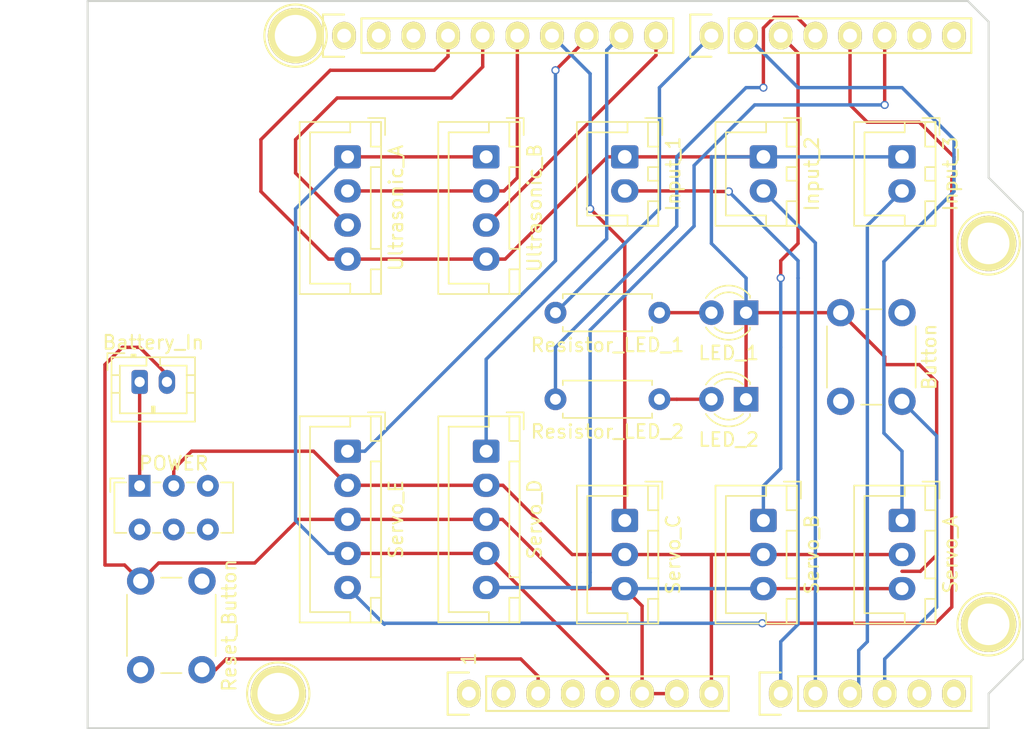
<source format=kicad_pcb>
(kicad_pcb (version 20171130) (host pcbnew 5.1.9+dfsg1-1+deb11u1)

  (general
    (thickness 1.6)
    (drawings 27)
    (tracks 191)
    (zones 0)
    (modules 26)
    (nets 38)
  )

  (page A4)
  (title_block
    (date "lun. 30 mars 2015")
  )

  (layers
    (0 F.Cu signal)
    (31 B.Cu signal)
    (32 B.Adhes user)
    (33 F.Adhes user)
    (34 B.Paste user)
    (35 F.Paste user)
    (36 B.SilkS user)
    (37 F.SilkS user)
    (38 B.Mask user)
    (39 F.Mask user)
    (40 Dwgs.User user)
    (41 Cmts.User user)
    (42 Eco1.User user)
    (43 Eco2.User user)
    (44 Edge.Cuts user)
    (45 Margin user)
    (46 B.CrtYd user)
    (47 F.CrtYd user)
    (48 B.Fab user)
    (49 F.Fab user)
  )

  (setup
    (last_trace_width 0.25)
    (trace_clearance 0.2)
    (zone_clearance 0.508)
    (zone_45_only no)
    (trace_min 0.2)
    (via_size 0.6)
    (via_drill 0.4)
    (via_min_size 0.4)
    (via_min_drill 0.3)
    (uvia_size 0.3)
    (uvia_drill 0.1)
    (uvias_allowed no)
    (uvia_min_size 0.2)
    (uvia_min_drill 0.1)
    (edge_width 0.15)
    (segment_width 0.15)
    (pcb_text_width 0.3)
    (pcb_text_size 1.5 1.5)
    (mod_edge_width 0.15)
    (mod_text_size 1 1)
    (mod_text_width 0.15)
    (pad_size 4.064 4.064)
    (pad_drill 3.048)
    (pad_to_mask_clearance 0)
    (aux_axis_origin 110.998 126.365)
    (visible_elements FFFFFF7F)
    (pcbplotparams
      (layerselection 0x00030_80000001)
      (usegerberextensions false)
      (usegerberattributes true)
      (usegerberadvancedattributes true)
      (creategerberjobfile true)
      (excludeedgelayer true)
      (linewidth 0.100000)
      (plotframeref false)
      (viasonmask false)
      (mode 1)
      (useauxorigin false)
      (hpglpennumber 1)
      (hpglpenspeed 20)
      (hpglpendiameter 15.000000)
      (psnegative false)
      (psa4output false)
      (plotreference true)
      (plotvalue true)
      (plotinvisibletext false)
      (padsonsilk false)
      (subtractmaskfromsilk false)
      (outputformat 1)
      (mirror false)
      (drillshape 1)
      (scaleselection 1)
      (outputdirectory ""))
  )

  (net 0 "")
  (net 1 /IOREF)
  (net 2 +5V)
  (net 3 GND)
  (net 4 /AREF)
  (net 5 "/1(Tx)")
  (net 6 "/0(Rx)")
  (net 7 "Net-(P5-Pad1)")
  (net 8 "Net-(P6-Pad1)")
  (net 9 "Net-(P7-Pad1)")
  (net 10 "Net-(P8-Pad1)")
  (net 11 "Net-(P1-Pad1)")
  (net 12 +3V3)
  (net 13 "Net-(Battery_In1-Pad1)")
  (net 14 A3)
  (net 15 A0)
  (net 16 A1)
  (net 17 A2)
  (net 18 "Net-(LED_1-Pad2)")
  (net 19 "Net-(LED_2-Pad2)")
  (net 20 Reset)
  (net 21 Vin)
  (net 22 /A4)
  (net 23 /A5)
  (net 24 13)
  (net 25 12)
  (net 26 "11(**)")
  (net 27 "10(**)")
  (net 28 "9(**)")
  (net 29 8)
  (net 30 7)
  (net 31 "6(**)")
  (net 32 "5(**)")
  (net 33 4)
  (net 34 "3(**)")
  (net 35 2)
  (net 36 "Net-(P3-Pad1)")
  (net 37 "Net-(P3-Pad2)")

  (net_class Default "This is the default net class."
    (clearance 0.2)
    (trace_width 0.25)
    (via_dia 0.6)
    (via_drill 0.4)
    (uvia_dia 0.3)
    (uvia_drill 0.1)
    (add_net +3V3)
    (add_net +5V)
    (add_net "/0(Rx)")
    (add_net "/1(Tx)")
    (add_net /A4)
    (add_net /A5)
    (add_net /AREF)
    (add_net /IOREF)
    (add_net "10(**)")
    (add_net "11(**)")
    (add_net 12)
    (add_net 13)
    (add_net 2)
    (add_net "3(**)")
    (add_net 4)
    (add_net "5(**)")
    (add_net "6(**)")
    (add_net 7)
    (add_net 8)
    (add_net "9(**)")
    (add_net A0)
    (add_net A1)
    (add_net A2)
    (add_net A3)
    (add_net GND)
    (add_net "Net-(Battery_In1-Pad1)")
    (add_net "Net-(LED_1-Pad2)")
    (add_net "Net-(LED_2-Pad2)")
    (add_net "Net-(P1-Pad1)")
    (add_net "Net-(P3-Pad1)")
    (add_net "Net-(P3-Pad2)")
    (add_net "Net-(P5-Pad1)")
    (add_net "Net-(P6-Pad1)")
    (add_net "Net-(P7-Pad1)")
    (add_net "Net-(P8-Pad1)")
    (add_net Reset)
    (add_net Vin)
  )

  (module Resistor_THT:R_Axial_DIN0207_L6.3mm_D2.5mm_P7.62mm_Horizontal (layer F.Cu) (tedit 5AE5139B) (tstamp 6514F974)
    (at 152.908 102.235 180)
    (descr "Resistor, Axial_DIN0207 series, Axial, Horizontal, pin pitch=7.62mm, 0.25W = 1/4W, length*diameter=6.3*2.5mm^2, http://cdn-reichelt.de/documents/datenblatt/B400/1_4W%23YAG.pdf")
    (tags "Resistor Axial_DIN0207 series Axial Horizontal pin pitch 7.62mm 0.25W = 1/4W length 6.3mm diameter 2.5mm")
    (path /6507D292)
    (fp_text reference Resistor_LED_2 (at 3.81 -2.37) (layer F.SilkS)
      (effects (font (size 1 1) (thickness 0.15)))
    )
    (fp_text value 610 (at 3.81 2.37) (layer F.Fab)
      (effects (font (size 1 1) (thickness 0.15)))
    )
    (fp_line (start 8.67 -1.5) (end -1.05 -1.5) (layer F.CrtYd) (width 0.05))
    (fp_line (start 8.67 1.5) (end 8.67 -1.5) (layer F.CrtYd) (width 0.05))
    (fp_line (start -1.05 1.5) (end 8.67 1.5) (layer F.CrtYd) (width 0.05))
    (fp_line (start -1.05 -1.5) (end -1.05 1.5) (layer F.CrtYd) (width 0.05))
    (fp_line (start 7.08 1.37) (end 7.08 1.04) (layer F.SilkS) (width 0.12))
    (fp_line (start 0.54 1.37) (end 7.08 1.37) (layer F.SilkS) (width 0.12))
    (fp_line (start 0.54 1.04) (end 0.54 1.37) (layer F.SilkS) (width 0.12))
    (fp_line (start 7.08 -1.37) (end 7.08 -1.04) (layer F.SilkS) (width 0.12))
    (fp_line (start 0.54 -1.37) (end 7.08 -1.37) (layer F.SilkS) (width 0.12))
    (fp_line (start 0.54 -1.04) (end 0.54 -1.37) (layer F.SilkS) (width 0.12))
    (fp_line (start 7.62 0) (end 6.96 0) (layer F.Fab) (width 0.1))
    (fp_line (start 0 0) (end 0.66 0) (layer F.Fab) (width 0.1))
    (fp_line (start 6.96 -1.25) (end 0.66 -1.25) (layer F.Fab) (width 0.1))
    (fp_line (start 6.96 1.25) (end 6.96 -1.25) (layer F.Fab) (width 0.1))
    (fp_line (start 0.66 1.25) (end 6.96 1.25) (layer F.Fab) (width 0.1))
    (fp_line (start 0.66 -1.25) (end 0.66 1.25) (layer F.Fab) (width 0.1))
    (fp_text user %R (at 3.81 1.27) (layer F.Fab) hide
      (effects (font (size 1 1) (thickness 0.15)))
    )
    (pad 2 thru_hole oval (at 7.62 0 180) (size 1.6 1.6) (drill 0.8) (layers *.Cu *.Mask)
      (net 33 4))
    (pad 1 thru_hole circle (at 0 0 180) (size 1.6 1.6) (drill 0.8) (layers *.Cu *.Mask)
      (net 19 "Net-(LED_2-Pad2)"))
    (model ${KISYS3DMOD}/Resistor_THT.3dshapes/R_Axial_DIN0207_L6.3mm_D2.5mm_P7.62mm_Horizontal.wrl
      (at (xyz 0 0 0))
      (scale (xyz 1 1 1))
      (rotate (xyz 0 0 0))
    )
  )

  (module Resistor_THT:R_Axial_DIN0207_L6.3mm_D2.5mm_P7.62mm_Horizontal (layer F.Cu) (tedit 5AE5139B) (tstamp 6514F965)
    (at 152.908 95.885 180)
    (descr "Resistor, Axial_DIN0207 series, Axial, Horizontal, pin pitch=7.62mm, 0.25W = 1/4W, length*diameter=6.3*2.5mm^2, http://cdn-reichelt.de/documents/datenblatt/B400/1_4W%23YAG.pdf")
    (tags "Resistor Axial_DIN0207 series Axial Horizontal pin pitch 7.62mm 0.25W = 1/4W length 6.3mm diameter 2.5mm")
    (path /65067517)
    (fp_text reference Resistor_LED_1 (at 3.81 -2.37) (layer F.SilkS)
      (effects (font (size 1 1) (thickness 0.15)))
    )
    (fp_text value 610 (at 3.81 2.37) (layer F.Fab)
      (effects (font (size 1 1) (thickness 0.15)))
    )
    (fp_line (start 8.67 -1.5) (end -1.05 -1.5) (layer F.CrtYd) (width 0.05))
    (fp_line (start 8.67 1.5) (end 8.67 -1.5) (layer F.CrtYd) (width 0.05))
    (fp_line (start -1.05 1.5) (end 8.67 1.5) (layer F.CrtYd) (width 0.05))
    (fp_line (start -1.05 -1.5) (end -1.05 1.5) (layer F.CrtYd) (width 0.05))
    (fp_line (start 7.08 1.37) (end 7.08 1.04) (layer F.SilkS) (width 0.12))
    (fp_line (start 0.54 1.37) (end 7.08 1.37) (layer F.SilkS) (width 0.12))
    (fp_line (start 0.54 1.04) (end 0.54 1.37) (layer F.SilkS) (width 0.12))
    (fp_line (start 7.08 -1.37) (end 7.08 -1.04) (layer F.SilkS) (width 0.12))
    (fp_line (start 0.54 -1.37) (end 7.08 -1.37) (layer F.SilkS) (width 0.12))
    (fp_line (start 0.54 -1.04) (end 0.54 -1.37) (layer F.SilkS) (width 0.12))
    (fp_line (start 7.62 0) (end 6.96 0) (layer F.Fab) (width 0.1))
    (fp_line (start 0 0) (end 0.66 0) (layer F.Fab) (width 0.1))
    (fp_line (start 6.96 -1.25) (end 0.66 -1.25) (layer F.Fab) (width 0.1))
    (fp_line (start 6.96 1.25) (end 6.96 -1.25) (layer F.Fab) (width 0.1))
    (fp_line (start 0.66 1.25) (end 6.96 1.25) (layer F.Fab) (width 0.1))
    (fp_line (start 0.66 -1.25) (end 0.66 1.25) (layer F.Fab) (width 0.1))
    (fp_text user %R (at 3.81 0) (layer F.Fab) hide
      (effects (font (size 1 1) (thickness 0.15)))
    )
    (pad 2 thru_hole oval (at 7.62 0 180) (size 1.6 1.6) (drill 0.8) (layers *.Cu *.Mask)
      (net 30 7))
    (pad 1 thru_hole circle (at 0 0 180) (size 1.6 1.6) (drill 0.8) (layers *.Cu *.Mask)
      (net 18 "Net-(LED_1-Pad2)"))
    (model ${KISYS3DMOD}/Resistor_THT.3dshapes/R_Axial_DIN0207_L6.3mm_D2.5mm_P7.62mm_Horizontal.wrl
      (at (xyz 0 0 0))
      (scale (xyz 1 1 1))
      (rotate (xyz 0 0 0))
    )
  )

  (module Button_Switch_THT:SW_E-Switch_EG1271_DPDT (layer F.Cu) (tedit 5BB336EF) (tstamp 651542F5)
    (at 114.808 108.585)
    (descr "E-Switch sub miniature slide switch, EG series, DPDT, http://spec_sheets.e-switch.com/specs/P040047.pdf")
    (tags "switch DPDT")
    (path /6515A069)
    (fp_text reference POWER (at 2.5 -1.65) (layer F.SilkS)
      (effects (font (size 1 1) (thickness 0.15)))
    )
    (fp_text value SW_DPST_x2 (at 2.5 5) (layer F.Fab) hide
      (effects (font (size 1 1) (thickness 0.15)))
    )
    (fp_line (start -2 4.25) (end -2 -1.05) (layer F.CrtYd) (width 0.05))
    (fp_line (start 7 4.25) (end -2 4.25) (layer F.CrtYd) (width 0.05))
    (fp_line (start 7 -1.05) (end 7 4.25) (layer F.CrtYd) (width 0.05))
    (fp_line (start -2 -1.05) (end 7 -1.05) (layer F.CrtYd) (width 0.05))
    (fp_line (start -2.15 -0.55) (end -1.15 -0.55) (layer F.SilkS) (width 0.12))
    (fp_line (start -2.15 0.45) (end -2.15 -0.55) (layer F.SilkS) (width 0.12))
    (fp_line (start -1.85 3.45) (end -1.85 -0.25) (layer F.SilkS) (width 0.12))
    (fp_line (start -0.97 3.45) (end -1.85 3.45) (layer F.SilkS) (width 0.12))
    (fp_line (start 1.53 3.45) (end 0.97 3.45) (layer F.SilkS) (width 0.12))
    (fp_line (start 4.02 3.45) (end 3.47 3.45) (layer F.SilkS) (width 0.12))
    (fp_line (start 6.85 3.45) (end 5.98 3.45) (layer F.SilkS) (width 0.12))
    (fp_line (start 6.85 -0.25) (end 6.85 3.45) (layer F.SilkS) (width 0.12))
    (fp_line (start 5.97 -0.25) (end 6.85 -0.25) (layer F.SilkS) (width 0.12))
    (fp_line (start 3.47 -0.25) (end 4.03 -0.25) (layer F.SilkS) (width 0.12))
    (fp_line (start 1 -0.25) (end 1.53 -0.25) (layer F.SilkS) (width 0.12))
    (fp_line (start -1.85 -0.25) (end -1 -0.25) (layer F.SilkS) (width 0.12))
    (fp_line (start -1.75 -0.15) (end -1.75 3.35) (layer F.Fab) (width 0.1))
    (fp_line (start 6.75 3.35) (end -1.75 3.35) (layer F.Fab) (width 0.1))
    (fp_line (start 6.75 -0.15) (end 6.75 3.35) (layer F.Fab) (width 0.1))
    (fp_line (start -1.75 -0.15) (end 6.75 -0.15) (layer F.Fab) (width 0.1))
    (fp_line (start 2.15 0.6) (end 2.15 2.6) (layer F.Fab) (width 0.1))
    (fp_line (start 1.8 0.6) (end 1.8 2.6) (layer F.Fab) (width 0.1))
    (fp_line (start 1.45 0.6) (end 1.45 2.6) (layer F.Fab) (width 0.1))
    (fp_line (start 1.1 0.6) (end 1.1 2.6) (layer F.Fab) (width 0.1))
    (fp_line (start 0.75 0.6) (end 0.75 2.6) (layer F.Fab) (width 0.1))
    (fp_line (start 2.5 0.6) (end 2.5 2.6) (layer F.Fab) (width 0.1))
    (fp_line (start 0.4 0.6) (end 0.4 2.6) (layer F.Fab) (width 0.1))
    (fp_line (start 4.6 2.6) (end 0.4 2.6) (layer F.Fab) (width 0.1))
    (fp_line (start 4.6 0.6) (end 4.6 2.6) (layer F.Fab) (width 0.1))
    (fp_line (start 0.4 0.6) (end 4.6 0.6) (layer F.Fab) (width 0.1))
    (fp_text user %R (at 2.5 -1.65) (layer F.Fab) hide
      (effects (font (size 1 1) (thickness 0.15)))
    )
    (pad 6 thru_hole circle (at 5 3.2) (size 1.6 1.6) (drill 0.8) (layers *.Cu *.Mask))
    (pad 5 thru_hole circle (at 2.5 3.2) (size 1.6 1.6) (drill 0.8) (layers *.Cu *.Mask))
    (pad 4 thru_hole circle (at 0 3.2) (size 1.6 1.6) (drill 0.8) (layers *.Cu *.Mask))
    (pad 3 thru_hole circle (at 5 0) (size 1.6 1.6) (drill 0.8) (layers *.Cu *.Mask))
    (pad 2 thru_hole circle (at 2.5 0) (size 1.6 1.6) (drill 0.8) (layers *.Cu *.Mask)
      (net 21 Vin))
    (pad 1 thru_hole rect (at 0 0) (size 1.6 1.6) (drill 0.8) (layers *.Cu *.Mask)
      (net 13 "Net-(Battery_In1-Pad1)"))
    (model ${KISYS3DMOD}/Button_Switch_THT.3dshapes/SW_E-Switch_EG1271_DPDT.wrl
      (at (xyz 0 0 0))
      (scale (xyz 1 1 1))
      (rotate (xyz 0 0 0))
    )
  )

  (module Connector_JST:JST_XH_B4B-XH-A_1x04_P2.50mm_Vertical (layer F.Cu) (tedit 5C28146C) (tstamp 6514FAA0)
    (at 140.208 84.455 270)
    (descr "JST XH series connector, B4B-XH-A (http://www.jst-mfg.com/product/pdf/eng/eXH.pdf), generated with kicad-footprint-generator")
    (tags "connector JST XH vertical")
    (path /6500F501)
    (fp_text reference Ultrasonic_B (at 3.75 -3.55 90) (layer F.SilkS)
      (effects (font (size 1 1) (thickness 0.15)))
    )
    (fp_text value Conn_01x04 (at 3.75 4.6 90) (layer F.Fab) hide
      (effects (font (size 1 1) (thickness 0.15)))
    )
    (fp_line (start -2.85 -2.75) (end -2.85 -1.5) (layer F.SilkS) (width 0.12))
    (fp_line (start -1.6 -2.75) (end -2.85 -2.75) (layer F.SilkS) (width 0.12))
    (fp_line (start 9.3 2.75) (end 3.75 2.75) (layer F.SilkS) (width 0.12))
    (fp_line (start 9.3 -0.2) (end 9.3 2.75) (layer F.SilkS) (width 0.12))
    (fp_line (start 10.05 -0.2) (end 9.3 -0.2) (layer F.SilkS) (width 0.12))
    (fp_line (start -1.8 2.75) (end 3.75 2.75) (layer F.SilkS) (width 0.12))
    (fp_line (start -1.8 -0.2) (end -1.8 2.75) (layer F.SilkS) (width 0.12))
    (fp_line (start -2.55 -0.2) (end -1.8 -0.2) (layer F.SilkS) (width 0.12))
    (fp_line (start 10.05 -2.45) (end 8.25 -2.45) (layer F.SilkS) (width 0.12))
    (fp_line (start 10.05 -1.7) (end 10.05 -2.45) (layer F.SilkS) (width 0.12))
    (fp_line (start 8.25 -1.7) (end 10.05 -1.7) (layer F.SilkS) (width 0.12))
    (fp_line (start 8.25 -2.45) (end 8.25 -1.7) (layer F.SilkS) (width 0.12))
    (fp_line (start -0.75 -2.45) (end -2.55 -2.45) (layer F.SilkS) (width 0.12))
    (fp_line (start -0.75 -1.7) (end -0.75 -2.45) (layer F.SilkS) (width 0.12))
    (fp_line (start -2.55 -1.7) (end -0.75 -1.7) (layer F.SilkS) (width 0.12))
    (fp_line (start -2.55 -2.45) (end -2.55 -1.7) (layer F.SilkS) (width 0.12))
    (fp_line (start 6.75 -2.45) (end 0.75 -2.45) (layer F.SilkS) (width 0.12))
    (fp_line (start 6.75 -1.7) (end 6.75 -2.45) (layer F.SilkS) (width 0.12))
    (fp_line (start 0.75 -1.7) (end 6.75 -1.7) (layer F.SilkS) (width 0.12))
    (fp_line (start 0.75 -2.45) (end 0.75 -1.7) (layer F.SilkS) (width 0.12))
    (fp_line (start 0 -1.35) (end 0.625 -2.35) (layer F.Fab) (width 0.1))
    (fp_line (start -0.625 -2.35) (end 0 -1.35) (layer F.Fab) (width 0.1))
    (fp_line (start 10.45 -2.85) (end -2.95 -2.85) (layer F.CrtYd) (width 0.05))
    (fp_line (start 10.45 3.9) (end 10.45 -2.85) (layer F.CrtYd) (width 0.05))
    (fp_line (start -2.95 3.9) (end 10.45 3.9) (layer F.CrtYd) (width 0.05))
    (fp_line (start -2.95 -2.85) (end -2.95 3.9) (layer F.CrtYd) (width 0.05))
    (fp_line (start 10.06 -2.46) (end -2.56 -2.46) (layer F.SilkS) (width 0.12))
    (fp_line (start 10.06 3.51) (end 10.06 -2.46) (layer F.SilkS) (width 0.12))
    (fp_line (start -2.56 3.51) (end 10.06 3.51) (layer F.SilkS) (width 0.12))
    (fp_line (start -2.56 -2.46) (end -2.56 3.51) (layer F.SilkS) (width 0.12))
    (fp_line (start 9.95 -2.35) (end -2.45 -2.35) (layer F.Fab) (width 0.1))
    (fp_line (start 9.95 3.4) (end 9.95 -2.35) (layer F.Fab) (width 0.1))
    (fp_line (start -2.45 3.4) (end 9.95 3.4) (layer F.Fab) (width 0.1))
    (fp_line (start -2.45 -2.35) (end -2.45 3.4) (layer F.Fab) (width 0.1))
    (fp_text user %R (at 3.75 2.7 90) (layer F.Fab) hide
      (effects (font (size 1 1) (thickness 0.15)))
    )
    (pad 4 thru_hole oval (at 7.5 0 270) (size 1.7 1.95) (drill 0.95) (layers *.Cu *.Mask)
      (net 3 GND))
    (pad 3 thru_hole oval (at 5 0 270) (size 1.7 1.95) (drill 0.95) (layers *.Cu *.Mask)
      (net 29 8))
    (pad 2 thru_hole oval (at 2.5 0 270) (size 1.7 1.95) (drill 0.95) (layers *.Cu *.Mask)
      (net 25 12))
    (pad 1 thru_hole roundrect (at 0 0 270) (size 1.7 1.95) (drill 0.95) (layers *.Cu *.Mask) (roundrect_rratio 0.147059)
      (net 2 +5V))
    (model ${KISYS3DMOD}/Connector_JST.3dshapes/JST_XH_B4B-XH-A_1x04_P2.50mm_Vertical.wrl
      (at (xyz 0 0 0))
      (scale (xyz 1 1 1))
      (rotate (xyz 0 0 0))
    )
  )

  (module Connector_JST:JST_XH_B4B-XH-A_1x04_P2.50mm_Vertical (layer F.Cu) (tedit 5C28146C) (tstamp 6514FA75)
    (at 130.048 84.455 270)
    (descr "JST XH series connector, B4B-XH-A (http://www.jst-mfg.com/product/pdf/eng/eXH.pdf), generated with kicad-footprint-generator")
    (tags "connector JST XH vertical")
    (path /6503FA90)
    (fp_text reference Ultrasonic_A (at 3.75 -3.55 90) (layer F.SilkS)
      (effects (font (size 1 1) (thickness 0.15)))
    )
    (fp_text value Conn_01x04 (at 3.75 4.6 90) (layer F.Fab) hide
      (effects (font (size 1 1) (thickness 0.15)))
    )
    (fp_line (start -2.85 -2.75) (end -2.85 -1.5) (layer F.SilkS) (width 0.12))
    (fp_line (start -1.6 -2.75) (end -2.85 -2.75) (layer F.SilkS) (width 0.12))
    (fp_line (start 9.3 2.75) (end 3.75 2.75) (layer F.SilkS) (width 0.12))
    (fp_line (start 9.3 -0.2) (end 9.3 2.75) (layer F.SilkS) (width 0.12))
    (fp_line (start 10.05 -0.2) (end 9.3 -0.2) (layer F.SilkS) (width 0.12))
    (fp_line (start -1.8 2.75) (end 3.75 2.75) (layer F.SilkS) (width 0.12))
    (fp_line (start -1.8 -0.2) (end -1.8 2.75) (layer F.SilkS) (width 0.12))
    (fp_line (start -2.55 -0.2) (end -1.8 -0.2) (layer F.SilkS) (width 0.12))
    (fp_line (start 10.05 -2.45) (end 8.25 -2.45) (layer F.SilkS) (width 0.12))
    (fp_line (start 10.05 -1.7) (end 10.05 -2.45) (layer F.SilkS) (width 0.12))
    (fp_line (start 8.25 -1.7) (end 10.05 -1.7) (layer F.SilkS) (width 0.12))
    (fp_line (start 8.25 -2.45) (end 8.25 -1.7) (layer F.SilkS) (width 0.12))
    (fp_line (start -0.75 -2.45) (end -2.55 -2.45) (layer F.SilkS) (width 0.12))
    (fp_line (start -0.75 -1.7) (end -0.75 -2.45) (layer F.SilkS) (width 0.12))
    (fp_line (start -2.55 -1.7) (end -0.75 -1.7) (layer F.SilkS) (width 0.12))
    (fp_line (start -2.55 -2.45) (end -2.55 -1.7) (layer F.SilkS) (width 0.12))
    (fp_line (start 6.75 -2.45) (end 0.75 -2.45) (layer F.SilkS) (width 0.12))
    (fp_line (start 6.75 -1.7) (end 6.75 -2.45) (layer F.SilkS) (width 0.12))
    (fp_line (start 0.75 -1.7) (end 6.75 -1.7) (layer F.SilkS) (width 0.12))
    (fp_line (start 0.75 -2.45) (end 0.75 -1.7) (layer F.SilkS) (width 0.12))
    (fp_line (start 0 -1.35) (end 0.625 -2.35) (layer F.Fab) (width 0.1))
    (fp_line (start -0.625 -2.35) (end 0 -1.35) (layer F.Fab) (width 0.1))
    (fp_line (start 10.45 -2.85) (end -2.95 -2.85) (layer F.CrtYd) (width 0.05))
    (fp_line (start 10.45 3.9) (end 10.45 -2.85) (layer F.CrtYd) (width 0.05))
    (fp_line (start -2.95 3.9) (end 10.45 3.9) (layer F.CrtYd) (width 0.05))
    (fp_line (start -2.95 -2.85) (end -2.95 3.9) (layer F.CrtYd) (width 0.05))
    (fp_line (start 10.06 -2.46) (end -2.56 -2.46) (layer F.SilkS) (width 0.12))
    (fp_line (start 10.06 3.51) (end 10.06 -2.46) (layer F.SilkS) (width 0.12))
    (fp_line (start -2.56 3.51) (end 10.06 3.51) (layer F.SilkS) (width 0.12))
    (fp_line (start -2.56 -2.46) (end -2.56 3.51) (layer F.SilkS) (width 0.12))
    (fp_line (start 9.95 -2.35) (end -2.45 -2.35) (layer F.Fab) (width 0.1))
    (fp_line (start 9.95 3.4) (end 9.95 -2.35) (layer F.Fab) (width 0.1))
    (fp_line (start -2.45 3.4) (end 9.95 3.4) (layer F.Fab) (width 0.1))
    (fp_line (start -2.45 -2.35) (end -2.45 3.4) (layer F.Fab) (width 0.1))
    (fp_text user %R (at 3.75 2.7 90) (layer F.Fab) hide
      (effects (font (size 1 1) (thickness 0.15)))
    )
    (pad 4 thru_hole oval (at 7.5 0 270) (size 1.7 1.95) (drill 0.95) (layers *.Cu *.Mask)
      (net 3 GND))
    (pad 3 thru_hole oval (at 5 0 270) (size 1.7 1.95) (drill 0.95) (layers *.Cu *.Mask)
      (net 24 13))
    (pad 2 thru_hole oval (at 2.5 0 270) (size 1.7 1.95) (drill 0.95) (layers *.Cu *.Mask)
      (net 25 12))
    (pad 1 thru_hole roundrect (at 0 0 270) (size 1.7 1.95) (drill 0.95) (layers *.Cu *.Mask) (roundrect_rratio 0.147059)
      (net 2 +5V))
    (model ${KISYS3DMOD}/Connector_JST.3dshapes/JST_XH_B4B-XH-A_1x04_P2.50mm_Vertical.wrl
      (at (xyz 0 0 0))
      (scale (xyz 1 1 1))
      (rotate (xyz 0 0 0))
    )
  )

  (module Connector_JST:JST_XH_B5B-XH-A_1x05_P2.50mm_Vertical (layer F.Cu) (tedit 5C28146C) (tstamp 6514FA4A)
    (at 130.048 106.045 270)
    (descr "JST XH series connector, B5B-XH-A (http://www.jst-mfg.com/product/pdf/eng/eXH.pdf), generated with kicad-footprint-generator")
    (tags "connector JST XH vertical")
    (path /6501391F)
    (fp_text reference Servo_E (at 5 -3.55 90) (layer F.SilkS)
      (effects (font (size 1 1) (thickness 0.15)))
    )
    (fp_text value Conn_01x05 (at 5 4.6 90) (layer F.Fab) hide
      (effects (font (size 1 1) (thickness 0.15)))
    )
    (fp_line (start -2.85 -2.75) (end -2.85 -1.5) (layer F.SilkS) (width 0.12))
    (fp_line (start -1.6 -2.75) (end -2.85 -2.75) (layer F.SilkS) (width 0.12))
    (fp_line (start 11.8 2.75) (end 5 2.75) (layer F.SilkS) (width 0.12))
    (fp_line (start 11.8 -0.2) (end 11.8 2.75) (layer F.SilkS) (width 0.12))
    (fp_line (start 12.55 -0.2) (end 11.8 -0.2) (layer F.SilkS) (width 0.12))
    (fp_line (start -1.8 2.75) (end 5 2.75) (layer F.SilkS) (width 0.12))
    (fp_line (start -1.8 -0.2) (end -1.8 2.75) (layer F.SilkS) (width 0.12))
    (fp_line (start -2.55 -0.2) (end -1.8 -0.2) (layer F.SilkS) (width 0.12))
    (fp_line (start 12.55 -2.45) (end 10.75 -2.45) (layer F.SilkS) (width 0.12))
    (fp_line (start 12.55 -1.7) (end 12.55 -2.45) (layer F.SilkS) (width 0.12))
    (fp_line (start 10.75 -1.7) (end 12.55 -1.7) (layer F.SilkS) (width 0.12))
    (fp_line (start 10.75 -2.45) (end 10.75 -1.7) (layer F.SilkS) (width 0.12))
    (fp_line (start -0.75 -2.45) (end -2.55 -2.45) (layer F.SilkS) (width 0.12))
    (fp_line (start -0.75 -1.7) (end -0.75 -2.45) (layer F.SilkS) (width 0.12))
    (fp_line (start -2.55 -1.7) (end -0.75 -1.7) (layer F.SilkS) (width 0.12))
    (fp_line (start -2.55 -2.45) (end -2.55 -1.7) (layer F.SilkS) (width 0.12))
    (fp_line (start 9.25 -2.45) (end 0.75 -2.45) (layer F.SilkS) (width 0.12))
    (fp_line (start 9.25 -1.7) (end 9.25 -2.45) (layer F.SilkS) (width 0.12))
    (fp_line (start 0.75 -1.7) (end 9.25 -1.7) (layer F.SilkS) (width 0.12))
    (fp_line (start 0.75 -2.45) (end 0.75 -1.7) (layer F.SilkS) (width 0.12))
    (fp_line (start 0 -1.35) (end 0.625 -2.35) (layer F.Fab) (width 0.1))
    (fp_line (start -0.625 -2.35) (end 0 -1.35) (layer F.Fab) (width 0.1))
    (fp_line (start 12.95 -2.85) (end -2.95 -2.85) (layer F.CrtYd) (width 0.05))
    (fp_line (start 12.95 3.9) (end 12.95 -2.85) (layer F.CrtYd) (width 0.05))
    (fp_line (start -2.95 3.9) (end 12.95 3.9) (layer F.CrtYd) (width 0.05))
    (fp_line (start -2.95 -2.85) (end -2.95 3.9) (layer F.CrtYd) (width 0.05))
    (fp_line (start 12.56 -2.46) (end -2.56 -2.46) (layer F.SilkS) (width 0.12))
    (fp_line (start 12.56 3.51) (end 12.56 -2.46) (layer F.SilkS) (width 0.12))
    (fp_line (start -2.56 3.51) (end 12.56 3.51) (layer F.SilkS) (width 0.12))
    (fp_line (start -2.56 -2.46) (end -2.56 3.51) (layer F.SilkS) (width 0.12))
    (fp_line (start 12.45 -2.35) (end -2.45 -2.35) (layer F.Fab) (width 0.1))
    (fp_line (start 12.45 3.4) (end 12.45 -2.35) (layer F.Fab) (width 0.1))
    (fp_line (start -2.45 3.4) (end 12.45 3.4) (layer F.Fab) (width 0.1))
    (fp_line (start -2.45 -2.35) (end -2.45 3.4) (layer F.Fab) (width 0.1))
    (fp_text user %R (at 5 2.7 90) (layer F.Fab) hide
      (effects (font (size 1 1) (thickness 0.15)))
    )
    (pad 5 thru_hole oval (at 10 0 270) (size 1.7 1.95) (drill 0.95) (layers *.Cu *.Mask)
      (net 34 "3(**)"))
    (pad 4 thru_hole oval (at 7.5 0 270) (size 1.7 1.95) (drill 0.95) (layers *.Cu *.Mask)
      (net 2 +5V))
    (pad 3 thru_hole oval (at 5 0 270) (size 1.7 1.95) (drill 0.95) (layers *.Cu *.Mask)
      (net 3 GND))
    (pad 2 thru_hole oval (at 2.5 0 270) (size 1.7 1.95) (drill 0.95) (layers *.Cu *.Mask)
      (net 21 Vin))
    (pad 1 thru_hole roundrect (at 0 0 270) (size 1.7 1.95) (drill 0.95) (layers *.Cu *.Mask) (roundrect_rratio 0.147059)
      (net 27 "10(**)"))
    (model ${KISYS3DMOD}/Connector_JST.3dshapes/JST_XH_B5B-XH-A_1x05_P2.50mm_Vertical.wrl
      (at (xyz 0 0 0))
      (scale (xyz 1 1 1))
      (rotate (xyz 0 0 0))
    )
  )

  (module Connector_JST:JST_XH_B5B-XH-A_1x05_P2.50mm_Vertical (layer F.Cu) (tedit 5C28146C) (tstamp 6514FA1E)
    (at 140.208 106.045 270)
    (descr "JST XH series connector, B5B-XH-A (http://www.jst-mfg.com/product/pdf/eng/eXH.pdf), generated with kicad-footprint-generator")
    (tags "connector JST XH vertical")
    (path /6501FE2A)
    (fp_text reference Servo_D (at 5 -3.55 90) (layer F.SilkS)
      (effects (font (size 1 1) (thickness 0.15)))
    )
    (fp_text value Conn_01x05 (at 5 4.6 90) (layer F.Fab) hide
      (effects (font (size 1 1) (thickness 0.15)))
    )
    (fp_line (start -2.85 -2.75) (end -2.85 -1.5) (layer F.SilkS) (width 0.12))
    (fp_line (start -1.6 -2.75) (end -2.85 -2.75) (layer F.SilkS) (width 0.12))
    (fp_line (start 11.8 2.75) (end 5 2.75) (layer F.SilkS) (width 0.12))
    (fp_line (start 11.8 -0.2) (end 11.8 2.75) (layer F.SilkS) (width 0.12))
    (fp_line (start 12.55 -0.2) (end 11.8 -0.2) (layer F.SilkS) (width 0.12))
    (fp_line (start -1.8 2.75) (end 5 2.75) (layer F.SilkS) (width 0.12))
    (fp_line (start -1.8 -0.2) (end -1.8 2.75) (layer F.SilkS) (width 0.12))
    (fp_line (start -2.55 -0.2) (end -1.8 -0.2) (layer F.SilkS) (width 0.12))
    (fp_line (start 12.55 -2.45) (end 10.75 -2.45) (layer F.SilkS) (width 0.12))
    (fp_line (start 12.55 -1.7) (end 12.55 -2.45) (layer F.SilkS) (width 0.12))
    (fp_line (start 10.75 -1.7) (end 12.55 -1.7) (layer F.SilkS) (width 0.12))
    (fp_line (start 10.75 -2.45) (end 10.75 -1.7) (layer F.SilkS) (width 0.12))
    (fp_line (start -0.75 -2.45) (end -2.55 -2.45) (layer F.SilkS) (width 0.12))
    (fp_line (start -0.75 -1.7) (end -0.75 -2.45) (layer F.SilkS) (width 0.12))
    (fp_line (start -2.55 -1.7) (end -0.75 -1.7) (layer F.SilkS) (width 0.12))
    (fp_line (start -2.55 -2.45) (end -2.55 -1.7) (layer F.SilkS) (width 0.12))
    (fp_line (start 9.25 -2.45) (end 0.75 -2.45) (layer F.SilkS) (width 0.12))
    (fp_line (start 9.25 -1.7) (end 9.25 -2.45) (layer F.SilkS) (width 0.12))
    (fp_line (start 0.75 -1.7) (end 9.25 -1.7) (layer F.SilkS) (width 0.12))
    (fp_line (start 0.75 -2.45) (end 0.75 -1.7) (layer F.SilkS) (width 0.12))
    (fp_line (start 0 -1.35) (end 0.625 -2.35) (layer F.Fab) (width 0.1))
    (fp_line (start -0.625 -2.35) (end 0 -1.35) (layer F.Fab) (width 0.1))
    (fp_line (start 12.95 -2.85) (end -2.95 -2.85) (layer F.CrtYd) (width 0.05))
    (fp_line (start 12.95 3.9) (end 12.95 -2.85) (layer F.CrtYd) (width 0.05))
    (fp_line (start -2.95 3.9) (end 12.95 3.9) (layer F.CrtYd) (width 0.05))
    (fp_line (start -2.95 -2.85) (end -2.95 3.9) (layer F.CrtYd) (width 0.05))
    (fp_line (start 12.56 -2.46) (end -2.56 -2.46) (layer F.SilkS) (width 0.12))
    (fp_line (start 12.56 3.51) (end 12.56 -2.46) (layer F.SilkS) (width 0.12))
    (fp_line (start -2.56 3.51) (end 12.56 3.51) (layer F.SilkS) (width 0.12))
    (fp_line (start -2.56 -2.46) (end -2.56 3.51) (layer F.SilkS) (width 0.12))
    (fp_line (start 12.45 -2.35) (end -2.45 -2.35) (layer F.Fab) (width 0.1))
    (fp_line (start 12.45 3.4) (end 12.45 -2.35) (layer F.Fab) (width 0.1))
    (fp_line (start -2.45 3.4) (end 12.45 3.4) (layer F.Fab) (width 0.1))
    (fp_line (start -2.45 -2.35) (end -2.45 3.4) (layer F.Fab) (width 0.1))
    (fp_text user %R (at 5 2.7 90) (layer F.Fab) hide
      (effects (font (size 1 1) (thickness 0.15)))
    )
    (pad 5 thru_hole oval (at 10 0 270) (size 1.7 1.95) (drill 0.95) (layers *.Cu *.Mask)
      (net 35 2))
    (pad 4 thru_hole oval (at 7.5 0 270) (size 1.7 1.95) (drill 0.95) (layers *.Cu *.Mask)
      (net 2 +5V))
    (pad 3 thru_hole oval (at 5 0 270) (size 1.7 1.95) (drill 0.95) (layers *.Cu *.Mask)
      (net 3 GND))
    (pad 2 thru_hole oval (at 2.5 0 270) (size 1.7 1.95) (drill 0.95) (layers *.Cu *.Mask)
      (net 21 Vin))
    (pad 1 thru_hole roundrect (at 0 0 270) (size 1.7 1.95) (drill 0.95) (layers *.Cu *.Mask) (roundrect_rratio 0.147059)
      (net 28 "9(**)"))
    (model ${KISYS3DMOD}/Connector_JST.3dshapes/JST_XH_B5B-XH-A_1x05_P2.50mm_Vertical.wrl
      (at (xyz 0 0 0))
      (scale (xyz 1 1 1))
      (rotate (xyz 0 0 0))
    )
  )

  (module Connector_JST:JST_XH_B3B-XH-A_1x03_P2.50mm_Vertical (layer F.Cu) (tedit 5C28146C) (tstamp 6514F9F2)
    (at 150.368 111.125 270)
    (descr "JST XH series connector, B3B-XH-A (http://www.jst-mfg.com/product/pdf/eng/eXH.pdf), generated with kicad-footprint-generator")
    (tags "connector JST XH vertical")
    (path /650119F8)
    (fp_text reference Servo_C (at 2.5 -3.55 90) (layer F.SilkS)
      (effects (font (size 1 1) (thickness 0.15)))
    )
    (fp_text value Conn_01x03 (at 2.5 4.6 90) (layer F.Fab) hide
      (effects (font (size 1 1) (thickness 0.15)))
    )
    (fp_line (start -2.85 -2.75) (end -2.85 -1.5) (layer F.SilkS) (width 0.12))
    (fp_line (start -1.6 -2.75) (end -2.85 -2.75) (layer F.SilkS) (width 0.12))
    (fp_line (start 6.8 2.75) (end 2.5 2.75) (layer F.SilkS) (width 0.12))
    (fp_line (start 6.8 -0.2) (end 6.8 2.75) (layer F.SilkS) (width 0.12))
    (fp_line (start 7.55 -0.2) (end 6.8 -0.2) (layer F.SilkS) (width 0.12))
    (fp_line (start -1.8 2.75) (end 2.5 2.75) (layer F.SilkS) (width 0.12))
    (fp_line (start -1.8 -0.2) (end -1.8 2.75) (layer F.SilkS) (width 0.12))
    (fp_line (start -2.55 -0.2) (end -1.8 -0.2) (layer F.SilkS) (width 0.12))
    (fp_line (start 7.55 -2.45) (end 5.75 -2.45) (layer F.SilkS) (width 0.12))
    (fp_line (start 7.55 -1.7) (end 7.55 -2.45) (layer F.SilkS) (width 0.12))
    (fp_line (start 5.75 -1.7) (end 7.55 -1.7) (layer F.SilkS) (width 0.12))
    (fp_line (start 5.75 -2.45) (end 5.75 -1.7) (layer F.SilkS) (width 0.12))
    (fp_line (start -0.75 -2.45) (end -2.55 -2.45) (layer F.SilkS) (width 0.12))
    (fp_line (start -0.75 -1.7) (end -0.75 -2.45) (layer F.SilkS) (width 0.12))
    (fp_line (start -2.55 -1.7) (end -0.75 -1.7) (layer F.SilkS) (width 0.12))
    (fp_line (start -2.55 -2.45) (end -2.55 -1.7) (layer F.SilkS) (width 0.12))
    (fp_line (start 4.25 -2.45) (end 0.75 -2.45) (layer F.SilkS) (width 0.12))
    (fp_line (start 4.25 -1.7) (end 4.25 -2.45) (layer F.SilkS) (width 0.12))
    (fp_line (start 0.75 -1.7) (end 4.25 -1.7) (layer F.SilkS) (width 0.12))
    (fp_line (start 0.75 -2.45) (end 0.75 -1.7) (layer F.SilkS) (width 0.12))
    (fp_line (start 0 -1.35) (end 0.625 -2.35) (layer F.Fab) (width 0.1))
    (fp_line (start -0.625 -2.35) (end 0 -1.35) (layer F.Fab) (width 0.1))
    (fp_line (start 7.95 -2.85) (end -2.95 -2.85) (layer F.CrtYd) (width 0.05))
    (fp_line (start 7.95 3.9) (end 7.95 -2.85) (layer F.CrtYd) (width 0.05))
    (fp_line (start -2.95 3.9) (end 7.95 3.9) (layer F.CrtYd) (width 0.05))
    (fp_line (start -2.95 -2.85) (end -2.95 3.9) (layer F.CrtYd) (width 0.05))
    (fp_line (start 7.56 -2.46) (end -2.56 -2.46) (layer F.SilkS) (width 0.12))
    (fp_line (start 7.56 3.51) (end 7.56 -2.46) (layer F.SilkS) (width 0.12))
    (fp_line (start -2.56 3.51) (end 7.56 3.51) (layer F.SilkS) (width 0.12))
    (fp_line (start -2.56 -2.46) (end -2.56 3.51) (layer F.SilkS) (width 0.12))
    (fp_line (start 7.45 -2.35) (end -2.45 -2.35) (layer F.Fab) (width 0.1))
    (fp_line (start 7.45 3.4) (end 7.45 -2.35) (layer F.Fab) (width 0.1))
    (fp_line (start -2.45 3.4) (end 7.45 3.4) (layer F.Fab) (width 0.1))
    (fp_line (start -2.45 -2.35) (end -2.45 3.4) (layer F.Fab) (width 0.1))
    (fp_text user %R (at 2.5 2.7 90) (layer F.Fab) hide
      (effects (font (size 1 1) (thickness 0.15)))
    )
    (pad 3 thru_hole oval (at 5 0 270) (size 1.7 1.95) (drill 0.95) (layers *.Cu *.Mask)
      (net 3 GND))
    (pad 2 thru_hole oval (at 2.5 0 270) (size 1.7 1.95) (drill 0.95) (layers *.Cu *.Mask)
      (net 21 Vin))
    (pad 1 thru_hole roundrect (at 0 0 270) (size 1.7 1.95) (drill 0.95) (layers *.Cu *.Mask) (roundrect_rratio 0.147059)
      (net 26 "11(**)"))
    (model ${KISYS3DMOD}/Connector_JST.3dshapes/JST_XH_B3B-XH-A_1x03_P2.50mm_Vertical.wrl
      (at (xyz 0 0 0))
      (scale (xyz 1 1 1))
      (rotate (xyz 0 0 0))
    )
  )

  (module Connector_JST:JST_XH_B3B-XH-A_1x03_P2.50mm_Vertical (layer F.Cu) (tedit 5C28146C) (tstamp 6514F9C8)
    (at 160.528 111.125 270)
    (descr "JST XH series connector, B3B-XH-A (http://www.jst-mfg.com/product/pdf/eng/eXH.pdf), generated with kicad-footprint-generator")
    (tags "connector JST XH vertical")
    (path /650266A4)
    (fp_text reference Servo_B (at 2.5 -3.55 90) (layer F.SilkS)
      (effects (font (size 1 1) (thickness 0.15)))
    )
    (fp_text value Conn_01x03 (at 2.5 4.6 90) (layer F.Fab) hide
      (effects (font (size 1 1) (thickness 0.15)))
    )
    (fp_line (start -2.85 -2.75) (end -2.85 -1.5) (layer F.SilkS) (width 0.12))
    (fp_line (start -1.6 -2.75) (end -2.85 -2.75) (layer F.SilkS) (width 0.12))
    (fp_line (start 6.8 2.75) (end 2.5 2.75) (layer F.SilkS) (width 0.12))
    (fp_line (start 6.8 -0.2) (end 6.8 2.75) (layer F.SilkS) (width 0.12))
    (fp_line (start 7.55 -0.2) (end 6.8 -0.2) (layer F.SilkS) (width 0.12))
    (fp_line (start -1.8 2.75) (end 2.5 2.75) (layer F.SilkS) (width 0.12))
    (fp_line (start -1.8 -0.2) (end -1.8 2.75) (layer F.SilkS) (width 0.12))
    (fp_line (start -2.55 -0.2) (end -1.8 -0.2) (layer F.SilkS) (width 0.12))
    (fp_line (start 7.55 -2.45) (end 5.75 -2.45) (layer F.SilkS) (width 0.12))
    (fp_line (start 7.55 -1.7) (end 7.55 -2.45) (layer F.SilkS) (width 0.12))
    (fp_line (start 5.75 -1.7) (end 7.55 -1.7) (layer F.SilkS) (width 0.12))
    (fp_line (start 5.75 -2.45) (end 5.75 -1.7) (layer F.SilkS) (width 0.12))
    (fp_line (start -0.75 -2.45) (end -2.55 -2.45) (layer F.SilkS) (width 0.12))
    (fp_line (start -0.75 -1.7) (end -0.75 -2.45) (layer F.SilkS) (width 0.12))
    (fp_line (start -2.55 -1.7) (end -0.75 -1.7) (layer F.SilkS) (width 0.12))
    (fp_line (start -2.55 -2.45) (end -2.55 -1.7) (layer F.SilkS) (width 0.12))
    (fp_line (start 4.25 -2.45) (end 0.75 -2.45) (layer F.SilkS) (width 0.12))
    (fp_line (start 4.25 -1.7) (end 4.25 -2.45) (layer F.SilkS) (width 0.12))
    (fp_line (start 0.75 -1.7) (end 4.25 -1.7) (layer F.SilkS) (width 0.12))
    (fp_line (start 0.75 -2.45) (end 0.75 -1.7) (layer F.SilkS) (width 0.12))
    (fp_line (start 0 -1.35) (end 0.625 -2.35) (layer F.Fab) (width 0.1))
    (fp_line (start -0.625 -2.35) (end 0 -1.35) (layer F.Fab) (width 0.1))
    (fp_line (start 7.95 -2.85) (end -2.95 -2.85) (layer F.CrtYd) (width 0.05))
    (fp_line (start 7.95 3.9) (end 7.95 -2.85) (layer F.CrtYd) (width 0.05))
    (fp_line (start -2.95 3.9) (end 7.95 3.9) (layer F.CrtYd) (width 0.05))
    (fp_line (start -2.95 -2.85) (end -2.95 3.9) (layer F.CrtYd) (width 0.05))
    (fp_line (start 7.56 -2.46) (end -2.56 -2.46) (layer F.SilkS) (width 0.12))
    (fp_line (start 7.56 3.51) (end 7.56 -2.46) (layer F.SilkS) (width 0.12))
    (fp_line (start -2.56 3.51) (end 7.56 3.51) (layer F.SilkS) (width 0.12))
    (fp_line (start -2.56 -2.46) (end -2.56 3.51) (layer F.SilkS) (width 0.12))
    (fp_line (start 7.45 -2.35) (end -2.45 -2.35) (layer F.Fab) (width 0.1))
    (fp_line (start 7.45 3.4) (end 7.45 -2.35) (layer F.Fab) (width 0.1))
    (fp_line (start -2.45 3.4) (end 7.45 3.4) (layer F.Fab) (width 0.1))
    (fp_line (start -2.45 -2.35) (end -2.45 3.4) (layer F.Fab) (width 0.1))
    (fp_text user %R (at 2.5 2.7 90) (layer F.Fab) hide
      (effects (font (size 1 1) (thickness 0.15)))
    )
    (pad 3 thru_hole oval (at 5 0 270) (size 1.7 1.95) (drill 0.95) (layers *.Cu *.Mask)
      (net 3 GND))
    (pad 2 thru_hole oval (at 2.5 0 270) (size 1.7 1.95) (drill 0.95) (layers *.Cu *.Mask)
      (net 21 Vin))
    (pad 1 thru_hole roundrect (at 0 0 270) (size 1.7 1.95) (drill 0.95) (layers *.Cu *.Mask) (roundrect_rratio 0.147059)
      (net 32 "5(**)"))
    (model ${KISYS3DMOD}/Connector_JST.3dshapes/JST_XH_B3B-XH-A_1x03_P2.50mm_Vertical.wrl
      (at (xyz 0 0 0))
      (scale (xyz 1 1 1))
      (rotate (xyz 0 0 0))
    )
  )

  (module Connector_JST:JST_XH_B3B-XH-A_1x03_P2.50mm_Vertical (layer F.Cu) (tedit 5C28146C) (tstamp 6514F99E)
    (at 170.688 111.125 270)
    (descr "JST XH series connector, B3B-XH-A (http://www.jst-mfg.com/product/pdf/eng/eXH.pdf), generated with kicad-footprint-generator")
    (tags "connector JST XH vertical")
    (path /65027CEC)
    (fp_text reference Servo_A (at 2.5 -3.55 90) (layer F.SilkS)
      (effects (font (size 1 1) (thickness 0.15)))
    )
    (fp_text value Conn_01x03 (at 2.5 4.6 90) (layer F.Fab) hide
      (effects (font (size 1 1) (thickness 0.15)))
    )
    (fp_line (start -2.85 -2.75) (end -2.85 -1.5) (layer F.SilkS) (width 0.12))
    (fp_line (start -1.6 -2.75) (end -2.85 -2.75) (layer F.SilkS) (width 0.12))
    (fp_line (start 6.8 2.75) (end 2.5 2.75) (layer F.SilkS) (width 0.12))
    (fp_line (start 6.8 -0.2) (end 6.8 2.75) (layer F.SilkS) (width 0.12))
    (fp_line (start 7.55 -0.2) (end 6.8 -0.2) (layer F.SilkS) (width 0.12))
    (fp_line (start -1.8 2.75) (end 2.5 2.75) (layer F.SilkS) (width 0.12))
    (fp_line (start -1.8 -0.2) (end -1.8 2.75) (layer F.SilkS) (width 0.12))
    (fp_line (start -2.55 -0.2) (end -1.8 -0.2) (layer F.SilkS) (width 0.12))
    (fp_line (start 7.55 -2.45) (end 5.75 -2.45) (layer F.SilkS) (width 0.12))
    (fp_line (start 7.55 -1.7) (end 7.55 -2.45) (layer F.SilkS) (width 0.12))
    (fp_line (start 5.75 -1.7) (end 7.55 -1.7) (layer F.SilkS) (width 0.12))
    (fp_line (start 5.75 -2.45) (end 5.75 -1.7) (layer F.SilkS) (width 0.12))
    (fp_line (start -0.75 -2.45) (end -2.55 -2.45) (layer F.SilkS) (width 0.12))
    (fp_line (start -0.75 -1.7) (end -0.75 -2.45) (layer F.SilkS) (width 0.12))
    (fp_line (start -2.55 -1.7) (end -0.75 -1.7) (layer F.SilkS) (width 0.12))
    (fp_line (start -2.55 -2.45) (end -2.55 -1.7) (layer F.SilkS) (width 0.12))
    (fp_line (start 4.25 -2.45) (end 0.75 -2.45) (layer F.SilkS) (width 0.12))
    (fp_line (start 4.25 -1.7) (end 4.25 -2.45) (layer F.SilkS) (width 0.12))
    (fp_line (start 0.75 -1.7) (end 4.25 -1.7) (layer F.SilkS) (width 0.12))
    (fp_line (start 0.75 -2.45) (end 0.75 -1.7) (layer F.SilkS) (width 0.12))
    (fp_line (start 0 -1.35) (end 0.625 -2.35) (layer F.Fab) (width 0.1))
    (fp_line (start -0.625 -2.35) (end 0 -1.35) (layer F.Fab) (width 0.1))
    (fp_line (start 7.95 -2.85) (end -2.95 -2.85) (layer F.CrtYd) (width 0.05))
    (fp_line (start 7.95 3.9) (end 7.95 -2.85) (layer F.CrtYd) (width 0.05))
    (fp_line (start -2.95 3.9) (end 7.95 3.9) (layer F.CrtYd) (width 0.05))
    (fp_line (start -2.95 -2.85) (end -2.95 3.9) (layer F.CrtYd) (width 0.05))
    (fp_line (start 7.56 -2.46) (end -2.56 -2.46) (layer F.SilkS) (width 0.12))
    (fp_line (start 7.56 3.51) (end 7.56 -2.46) (layer F.SilkS) (width 0.12))
    (fp_line (start -2.56 3.51) (end 7.56 3.51) (layer F.SilkS) (width 0.12))
    (fp_line (start -2.56 -2.46) (end -2.56 3.51) (layer F.SilkS) (width 0.12))
    (fp_line (start 7.45 -2.35) (end -2.45 -2.35) (layer F.Fab) (width 0.1))
    (fp_line (start 7.45 3.4) (end 7.45 -2.35) (layer F.Fab) (width 0.1))
    (fp_line (start -2.45 3.4) (end 7.45 3.4) (layer F.Fab) (width 0.1))
    (fp_line (start -2.45 -2.35) (end -2.45 3.4) (layer F.Fab) (width 0.1))
    (fp_text user %R (at 2.5 2.7 90) (layer F.Fab) hide
      (effects (font (size 1 1) (thickness 0.15)))
    )
    (pad 3 thru_hole oval (at 5 0 270) (size 1.7 1.95) (drill 0.95) (layers *.Cu *.Mask)
      (net 3 GND))
    (pad 2 thru_hole oval (at 2.5 0 270) (size 1.7 1.95) (drill 0.95) (layers *.Cu *.Mask)
      (net 21 Vin))
    (pad 1 thru_hole roundrect (at 0 0 270) (size 1.7 1.95) (drill 0.95) (layers *.Cu *.Mask) (roundrect_rratio 0.147059)
      (net 31 "6(**)"))
    (model ${KISYS3DMOD}/Connector_JST.3dshapes/JST_XH_B3B-XH-A_1x03_P2.50mm_Vertical.wrl
      (at (xyz 0 0 0))
      (scale (xyz 1 1 1))
      (rotate (xyz 0 0 0))
    )
  )

  (module Button_Switch_THT:SW_PUSH_6mm_H4.3mm (layer F.Cu) (tedit 5A02FE31) (tstamp 65154ABE)
    (at 119.38 115.57 270)
    (descr "tactile push button, 6x6mm e.g. PHAP33xx series, height=4.3mm")
    (tags "tact sw push 6mm")
    (path /65059E30)
    (fp_text reference Reset_Button (at 3.25 -2 90) (layer F.SilkS)
      (effects (font (size 1 1) (thickness 0.15)))
    )
    (fp_text value SW_Push (at 3.75 6.7 90) (layer F.Fab) hide
      (effects (font (size 1 1) (thickness 0.15)))
    )
    (fp_circle (center 3.25 2.25) (end 1.25 2.5) (layer F.Fab) (width 0.1))
    (fp_line (start 6.75 3) (end 6.75 1.5) (layer F.SilkS) (width 0.12))
    (fp_line (start 5.5 -1) (end 1 -1) (layer F.SilkS) (width 0.12))
    (fp_line (start -0.25 1.5) (end -0.25 3) (layer F.SilkS) (width 0.12))
    (fp_line (start 1 5.5) (end 5.5 5.5) (layer F.SilkS) (width 0.12))
    (fp_line (start 8 -1.25) (end 8 5.75) (layer F.CrtYd) (width 0.05))
    (fp_line (start 7.75 6) (end -1.25 6) (layer F.CrtYd) (width 0.05))
    (fp_line (start -1.5 5.75) (end -1.5 -1.25) (layer F.CrtYd) (width 0.05))
    (fp_line (start -1.25 -1.5) (end 7.75 -1.5) (layer F.CrtYd) (width 0.05))
    (fp_line (start -1.5 6) (end -1.25 6) (layer F.CrtYd) (width 0.05))
    (fp_line (start -1.5 5.75) (end -1.5 6) (layer F.CrtYd) (width 0.05))
    (fp_line (start -1.5 -1.5) (end -1.25 -1.5) (layer F.CrtYd) (width 0.05))
    (fp_line (start -1.5 -1.25) (end -1.5 -1.5) (layer F.CrtYd) (width 0.05))
    (fp_line (start 8 -1.5) (end 8 -1.25) (layer F.CrtYd) (width 0.05))
    (fp_line (start 7.75 -1.5) (end 8 -1.5) (layer F.CrtYd) (width 0.05))
    (fp_line (start 8 6) (end 8 5.75) (layer F.CrtYd) (width 0.05))
    (fp_line (start 7.75 6) (end 8 6) (layer F.CrtYd) (width 0.05))
    (fp_line (start 0.25 -0.75) (end 3.25 -0.75) (layer F.Fab) (width 0.1))
    (fp_line (start 0.25 5.25) (end 0.25 -0.75) (layer F.Fab) (width 0.1))
    (fp_line (start 6.25 5.25) (end 0.25 5.25) (layer F.Fab) (width 0.1))
    (fp_line (start 6.25 -0.75) (end 6.25 5.25) (layer F.Fab) (width 0.1))
    (fp_line (start 3.25 -0.75) (end 6.25 -0.75) (layer F.Fab) (width 0.1))
    (fp_text user %R (at 3.25 2.25 90) (layer F.Fab) hide
      (effects (font (size 1 1) (thickness 0.15)))
    )
    (pad 1 thru_hole circle (at 6.5 0) (size 2 2) (drill 1.1) (layers *.Cu *.Mask)
      (net 20 Reset))
    (pad 2 thru_hole circle (at 6.5 4.5) (size 2 2) (drill 1.1) (layers *.Cu *.Mask)
      (net 3 GND))
    (pad 1 thru_hole circle (at 0 0) (size 2 2) (drill 1.1) (layers *.Cu *.Mask)
      (net 20 Reset))
    (pad 2 thru_hole circle (at 0 4.5) (size 2 2) (drill 1.1) (layers *.Cu *.Mask)
      (net 3 GND))
    (model ${KISYS3DMOD}/Button_Switch_THT.3dshapes/SW_PUSH_6mm_H4.3mm.wrl
      (at (xyz 0 0 0))
      (scale (xyz 1 1 1))
      (rotate (xyz 0 0 0))
    )
  )

  (module LED_THT:LED_D3.0mm (layer F.Cu) (tedit 587A3A7B) (tstamp 6514F83B)
    (at 159.258 102.235 180)
    (descr "LED, diameter 3.0mm, 2 pins")
    (tags "LED diameter 3.0mm 2 pins")
    (path /6507D28C)
    (fp_text reference LED_2 (at 1.27 -2.96) (layer F.SilkS)
      (effects (font (size 1 1) (thickness 0.15)))
    )
    (fp_text value red (at 1.27 2.96) (layer F.Fab) hide
      (effects (font (size 1 1) (thickness 0.15)))
    )
    (fp_line (start 3.7 -2.25) (end -1.15 -2.25) (layer F.CrtYd) (width 0.05))
    (fp_line (start 3.7 2.25) (end 3.7 -2.25) (layer F.CrtYd) (width 0.05))
    (fp_line (start -1.15 2.25) (end 3.7 2.25) (layer F.CrtYd) (width 0.05))
    (fp_line (start -1.15 -2.25) (end -1.15 2.25) (layer F.CrtYd) (width 0.05))
    (fp_line (start -0.29 1.08) (end -0.29 1.236) (layer F.SilkS) (width 0.12))
    (fp_line (start -0.29 -1.236) (end -0.29 -1.08) (layer F.SilkS) (width 0.12))
    (fp_line (start -0.23 -1.16619) (end -0.23 1.16619) (layer F.Fab) (width 0.1))
    (fp_circle (center 1.27 0) (end 2.77 0) (layer F.Fab) (width 0.1))
    (fp_arc (start 1.27 0) (end 0.229039 1.08) (angle -87.9) (layer F.SilkS) (width 0.12))
    (fp_arc (start 1.27 0) (end 0.229039 -1.08) (angle 87.9) (layer F.SilkS) (width 0.12))
    (fp_arc (start 1.27 0) (end -0.29 1.235516) (angle -108.8) (layer F.SilkS) (width 0.12))
    (fp_arc (start 1.27 0) (end -0.29 -1.235516) (angle 108.8) (layer F.SilkS) (width 0.12))
    (fp_arc (start 1.27 0) (end -0.23 -1.16619) (angle 284.3) (layer F.Fab) (width 0.1))
    (pad 2 thru_hole circle (at 2.54 0 180) (size 1.8 1.8) (drill 0.9) (layers *.Cu *.Mask)
      (net 19 "Net-(LED_2-Pad2)"))
    (pad 1 thru_hole rect (at 0 0 180) (size 1.8 1.8) (drill 0.9) (layers *.Cu *.Mask)
      (net 3 GND))
    (model ${KISYS3DMOD}/LED_THT.3dshapes/LED_D3.0mm.wrl
      (at (xyz 0 0 0))
      (scale (xyz 1 1 1))
      (rotate (xyz 0 0 0))
    )
  )

  (module LED_THT:LED_D3.0mm (layer F.Cu) (tedit 587A3A7B) (tstamp 6514F828)
    (at 159.258 95.885 180)
    (descr "LED, diameter 3.0mm, 2 pins")
    (tags "LED diameter 3.0mm 2 pins")
    (path /65062C15)
    (fp_text reference LED_1 (at 1.27 -2.96) (layer F.SilkS)
      (effects (font (size 1 1) (thickness 0.15)))
    )
    (fp_text value red (at 1.27 2.96) (layer F.Fab) hide
      (effects (font (size 1 1) (thickness 0.15)))
    )
    (fp_line (start 3.7 -2.25) (end -1.15 -2.25) (layer F.CrtYd) (width 0.05))
    (fp_line (start 3.7 2.25) (end 3.7 -2.25) (layer F.CrtYd) (width 0.05))
    (fp_line (start -1.15 2.25) (end 3.7 2.25) (layer F.CrtYd) (width 0.05))
    (fp_line (start -1.15 -2.25) (end -1.15 2.25) (layer F.CrtYd) (width 0.05))
    (fp_line (start -0.29 1.08) (end -0.29 1.236) (layer F.SilkS) (width 0.12))
    (fp_line (start -0.29 -1.236) (end -0.29 -1.08) (layer F.SilkS) (width 0.12))
    (fp_line (start -0.23 -1.16619) (end -0.23 1.16619) (layer F.Fab) (width 0.1))
    (fp_circle (center 1.27 0) (end 2.77 0) (layer F.Fab) (width 0.1))
    (fp_arc (start 1.27 0) (end 0.229039 1.08) (angle -87.9) (layer F.SilkS) (width 0.12))
    (fp_arc (start 1.27 0) (end 0.229039 -1.08) (angle 87.9) (layer F.SilkS) (width 0.12))
    (fp_arc (start 1.27 0) (end -0.29 1.235516) (angle -108.8) (layer F.SilkS) (width 0.12))
    (fp_arc (start 1.27 0) (end -0.29 -1.235516) (angle 108.8) (layer F.SilkS) (width 0.12))
    (fp_arc (start 1.27 0) (end -0.23 -1.16619) (angle 284.3) (layer F.Fab) (width 0.1))
    (pad 2 thru_hole circle (at 2.54 0 180) (size 1.8 1.8) (drill 0.9) (layers *.Cu *.Mask)
      (net 18 "Net-(LED_1-Pad2)"))
    (pad 1 thru_hole rect (at 0 0 180) (size 1.8 1.8) (drill 0.9) (layers *.Cu *.Mask)
      (net 3 GND))
    (model ${KISYS3DMOD}/LED_THT.3dshapes/LED_D3.0mm.wrl
      (at (xyz 0 0 0))
      (scale (xyz 1 1 1))
      (rotate (xyz 0 0 0))
    )
  )

  (module Connector_JST:JST_XH_B2B-XH-A_1x02_P2.50mm_Vertical (layer F.Cu) (tedit 5C28146C) (tstamp 6514F815)
    (at 170.688 84.455 270)
    (descr "JST XH series connector, B2B-XH-A (http://www.jst-mfg.com/product/pdf/eng/eXH.pdf), generated with kicad-footprint-generator")
    (tags "connector JST XH vertical")
    (path /65008153)
    (fp_text reference Input_3 (at 1.25 -3.55 90) (layer F.SilkS)
      (effects (font (size 1 1) (thickness 0.15)))
    )
    (fp_text value Conn_01x02 (at 1.25 4.6 90) (layer F.Fab) hide
      (effects (font (size 1 1) (thickness 0.15)))
    )
    (fp_line (start -2.85 -2.75) (end -2.85 -1.5) (layer F.SilkS) (width 0.12))
    (fp_line (start -1.6 -2.75) (end -2.85 -2.75) (layer F.SilkS) (width 0.12))
    (fp_line (start 4.3 2.75) (end 1.25 2.75) (layer F.SilkS) (width 0.12))
    (fp_line (start 4.3 -0.2) (end 4.3 2.75) (layer F.SilkS) (width 0.12))
    (fp_line (start 5.05 -0.2) (end 4.3 -0.2) (layer F.SilkS) (width 0.12))
    (fp_line (start -1.8 2.75) (end 1.25 2.75) (layer F.SilkS) (width 0.12))
    (fp_line (start -1.8 -0.2) (end -1.8 2.75) (layer F.SilkS) (width 0.12))
    (fp_line (start -2.55 -0.2) (end -1.8 -0.2) (layer F.SilkS) (width 0.12))
    (fp_line (start 5.05 -2.45) (end 3.25 -2.45) (layer F.SilkS) (width 0.12))
    (fp_line (start 5.05 -1.7) (end 5.05 -2.45) (layer F.SilkS) (width 0.12))
    (fp_line (start 3.25 -1.7) (end 5.05 -1.7) (layer F.SilkS) (width 0.12))
    (fp_line (start 3.25 -2.45) (end 3.25 -1.7) (layer F.SilkS) (width 0.12))
    (fp_line (start -0.75 -2.45) (end -2.55 -2.45) (layer F.SilkS) (width 0.12))
    (fp_line (start -0.75 -1.7) (end -0.75 -2.45) (layer F.SilkS) (width 0.12))
    (fp_line (start -2.55 -1.7) (end -0.75 -1.7) (layer F.SilkS) (width 0.12))
    (fp_line (start -2.55 -2.45) (end -2.55 -1.7) (layer F.SilkS) (width 0.12))
    (fp_line (start 1.75 -2.45) (end 0.75 -2.45) (layer F.SilkS) (width 0.12))
    (fp_line (start 1.75 -1.7) (end 1.75 -2.45) (layer F.SilkS) (width 0.12))
    (fp_line (start 0.75 -1.7) (end 1.75 -1.7) (layer F.SilkS) (width 0.12))
    (fp_line (start 0.75 -2.45) (end 0.75 -1.7) (layer F.SilkS) (width 0.12))
    (fp_line (start 0 -1.35) (end 0.625 -2.35) (layer F.Fab) (width 0.1))
    (fp_line (start -0.625 -2.35) (end 0 -1.35) (layer F.Fab) (width 0.1))
    (fp_line (start 5.45 -2.85) (end -2.95 -2.85) (layer F.CrtYd) (width 0.05))
    (fp_line (start 5.45 3.9) (end 5.45 -2.85) (layer F.CrtYd) (width 0.05))
    (fp_line (start -2.95 3.9) (end 5.45 3.9) (layer F.CrtYd) (width 0.05))
    (fp_line (start -2.95 -2.85) (end -2.95 3.9) (layer F.CrtYd) (width 0.05))
    (fp_line (start 5.06 -2.46) (end -2.56 -2.46) (layer F.SilkS) (width 0.12))
    (fp_line (start 5.06 3.51) (end 5.06 -2.46) (layer F.SilkS) (width 0.12))
    (fp_line (start -2.56 3.51) (end 5.06 3.51) (layer F.SilkS) (width 0.12))
    (fp_line (start -2.56 -2.46) (end -2.56 3.51) (layer F.SilkS) (width 0.12))
    (fp_line (start 4.95 -2.35) (end -2.45 -2.35) (layer F.Fab) (width 0.1))
    (fp_line (start 4.95 3.4) (end 4.95 -2.35) (layer F.Fab) (width 0.1))
    (fp_line (start -2.45 3.4) (end 4.95 3.4) (layer F.Fab) (width 0.1))
    (fp_line (start -2.45 -2.35) (end -2.45 3.4) (layer F.Fab) (width 0.1))
    (fp_text user %R (at 1.25 2.7 90) (layer F.Fab) hide
      (effects (font (size 1 1) (thickness 0.15)))
    )
    (pad 2 thru_hole oval (at 2.5 0 270) (size 1.7 2) (drill 1) (layers *.Cu *.Mask)
      (net 17 A2))
    (pad 1 thru_hole roundrect (at 0 0 270) (size 1.7 2) (drill 1) (layers *.Cu *.Mask) (roundrect_rratio 0.147059)
      (net 3 GND))
    (model ${KISYS3DMOD}/Connector_JST.3dshapes/JST_XH_B2B-XH-A_1x02_P2.50mm_Vertical.wrl
      (at (xyz 0 0 0))
      (scale (xyz 1 1 1))
      (rotate (xyz 0 0 0))
    )
  )

  (module Connector_JST:JST_XH_B2B-XH-A_1x02_P2.50mm_Vertical (layer F.Cu) (tedit 5C28146C) (tstamp 6514F7EC)
    (at 160.528 84.455 270)
    (descr "JST XH series connector, B2B-XH-A (http://www.jst-mfg.com/product/pdf/eng/eXH.pdf), generated with kicad-footprint-generator")
    (tags "connector JST XH vertical")
    (path /6503BD39)
    (fp_text reference Input_2 (at 1.25 -3.55 90) (layer F.SilkS)
      (effects (font (size 1 1) (thickness 0.15)))
    )
    (fp_text value Conn_01x02 (at 1.25 4.6 90) (layer F.Fab) hide
      (effects (font (size 1 1) (thickness 0.15)))
    )
    (fp_line (start -2.85 -2.75) (end -2.85 -1.5) (layer F.SilkS) (width 0.12))
    (fp_line (start -1.6 -2.75) (end -2.85 -2.75) (layer F.SilkS) (width 0.12))
    (fp_line (start 4.3 2.75) (end 1.25 2.75) (layer F.SilkS) (width 0.12))
    (fp_line (start 4.3 -0.2) (end 4.3 2.75) (layer F.SilkS) (width 0.12))
    (fp_line (start 5.05 -0.2) (end 4.3 -0.2) (layer F.SilkS) (width 0.12))
    (fp_line (start -1.8 2.75) (end 1.25 2.75) (layer F.SilkS) (width 0.12))
    (fp_line (start -1.8 -0.2) (end -1.8 2.75) (layer F.SilkS) (width 0.12))
    (fp_line (start -2.55 -0.2) (end -1.8 -0.2) (layer F.SilkS) (width 0.12))
    (fp_line (start 5.05 -2.45) (end 3.25 -2.45) (layer F.SilkS) (width 0.12))
    (fp_line (start 5.05 -1.7) (end 5.05 -2.45) (layer F.SilkS) (width 0.12))
    (fp_line (start 3.25 -1.7) (end 5.05 -1.7) (layer F.SilkS) (width 0.12))
    (fp_line (start 3.25 -2.45) (end 3.25 -1.7) (layer F.SilkS) (width 0.12))
    (fp_line (start -0.75 -2.45) (end -2.55 -2.45) (layer F.SilkS) (width 0.12))
    (fp_line (start -0.75 -1.7) (end -0.75 -2.45) (layer F.SilkS) (width 0.12))
    (fp_line (start -2.55 -1.7) (end -0.75 -1.7) (layer F.SilkS) (width 0.12))
    (fp_line (start -2.55 -2.45) (end -2.55 -1.7) (layer F.SilkS) (width 0.12))
    (fp_line (start 1.75 -2.45) (end 0.75 -2.45) (layer F.SilkS) (width 0.12))
    (fp_line (start 1.75 -1.7) (end 1.75 -2.45) (layer F.SilkS) (width 0.12))
    (fp_line (start 0.75 -1.7) (end 1.75 -1.7) (layer F.SilkS) (width 0.12))
    (fp_line (start 0.75 -2.45) (end 0.75 -1.7) (layer F.SilkS) (width 0.12))
    (fp_line (start 0 -1.35) (end 0.625 -2.35) (layer F.Fab) (width 0.1))
    (fp_line (start -0.625 -2.35) (end 0 -1.35) (layer F.Fab) (width 0.1))
    (fp_line (start 5.45 -2.85) (end -2.95 -2.85) (layer F.CrtYd) (width 0.05))
    (fp_line (start 5.45 3.9) (end 5.45 -2.85) (layer F.CrtYd) (width 0.05))
    (fp_line (start -2.95 3.9) (end 5.45 3.9) (layer F.CrtYd) (width 0.05))
    (fp_line (start -2.95 -2.85) (end -2.95 3.9) (layer F.CrtYd) (width 0.05))
    (fp_line (start 5.06 -2.46) (end -2.56 -2.46) (layer F.SilkS) (width 0.12))
    (fp_line (start 5.06 3.51) (end 5.06 -2.46) (layer F.SilkS) (width 0.12))
    (fp_line (start -2.56 3.51) (end 5.06 3.51) (layer F.SilkS) (width 0.12))
    (fp_line (start -2.56 -2.46) (end -2.56 3.51) (layer F.SilkS) (width 0.12))
    (fp_line (start 4.95 -2.35) (end -2.45 -2.35) (layer F.Fab) (width 0.1))
    (fp_line (start 4.95 3.4) (end 4.95 -2.35) (layer F.Fab) (width 0.1))
    (fp_line (start -2.45 3.4) (end 4.95 3.4) (layer F.Fab) (width 0.1))
    (fp_line (start -2.45 -2.35) (end -2.45 3.4) (layer F.Fab) (width 0.1))
    (fp_text user %R (at 1.25 2.7 90) (layer F.Fab) hide
      (effects (font (size 1 1) (thickness 0.15)))
    )
    (pad 2 thru_hole oval (at 2.5 0 270) (size 1.7 2) (drill 1) (layers *.Cu *.Mask)
      (net 16 A1))
    (pad 1 thru_hole roundrect (at 0 0 270) (size 1.7 2) (drill 1) (layers *.Cu *.Mask) (roundrect_rratio 0.147059)
      (net 3 GND))
    (model ${KISYS3DMOD}/Connector_JST.3dshapes/JST_XH_B2B-XH-A_1x02_P2.50mm_Vertical.wrl
      (at (xyz 0 0 0))
      (scale (xyz 1 1 1))
      (rotate (xyz 0 0 0))
    )
  )

  (module Connector_JST:JST_XH_B2B-XH-A_1x02_P2.50mm_Vertical (layer F.Cu) (tedit 5C28146C) (tstamp 6514F7C3)
    (at 150.368 84.455 270)
    (descr "JST XH series connector, B2B-XH-A (http://www.jst-mfg.com/product/pdf/eng/eXH.pdf), generated with kicad-footprint-generator")
    (tags "connector JST XH vertical")
    (path /6503C935)
    (fp_text reference Input_1 (at 1.25 -3.55 90) (layer F.SilkS)
      (effects (font (size 1 1) (thickness 0.15)))
    )
    (fp_text value Conn_01x02 (at 1.25 4.6 90) (layer F.Fab) hide
      (effects (font (size 1 1) (thickness 0.15)))
    )
    (fp_line (start -2.85 -2.75) (end -2.85 -1.5) (layer F.SilkS) (width 0.12))
    (fp_line (start -1.6 -2.75) (end -2.85 -2.75) (layer F.SilkS) (width 0.12))
    (fp_line (start 4.3 2.75) (end 1.25 2.75) (layer F.SilkS) (width 0.12))
    (fp_line (start 4.3 -0.2) (end 4.3 2.75) (layer F.SilkS) (width 0.12))
    (fp_line (start 5.05 -0.2) (end 4.3 -0.2) (layer F.SilkS) (width 0.12))
    (fp_line (start -1.8 2.75) (end 1.25 2.75) (layer F.SilkS) (width 0.12))
    (fp_line (start -1.8 -0.2) (end -1.8 2.75) (layer F.SilkS) (width 0.12))
    (fp_line (start -2.55 -0.2) (end -1.8 -0.2) (layer F.SilkS) (width 0.12))
    (fp_line (start 5.05 -2.45) (end 3.25 -2.45) (layer F.SilkS) (width 0.12))
    (fp_line (start 5.05 -1.7) (end 5.05 -2.45) (layer F.SilkS) (width 0.12))
    (fp_line (start 3.25 -1.7) (end 5.05 -1.7) (layer F.SilkS) (width 0.12))
    (fp_line (start 3.25 -2.45) (end 3.25 -1.7) (layer F.SilkS) (width 0.12))
    (fp_line (start -0.75 -2.45) (end -2.55 -2.45) (layer F.SilkS) (width 0.12))
    (fp_line (start -0.75 -1.7) (end -0.75 -2.45) (layer F.SilkS) (width 0.12))
    (fp_line (start -2.55 -1.7) (end -0.75 -1.7) (layer F.SilkS) (width 0.12))
    (fp_line (start -2.55 -2.45) (end -2.55 -1.7) (layer F.SilkS) (width 0.12))
    (fp_line (start 1.75 -2.45) (end 0.75 -2.45) (layer F.SilkS) (width 0.12))
    (fp_line (start 1.75 -1.7) (end 1.75 -2.45) (layer F.SilkS) (width 0.12))
    (fp_line (start 0.75 -1.7) (end 1.75 -1.7) (layer F.SilkS) (width 0.12))
    (fp_line (start 0.75 -2.45) (end 0.75 -1.7) (layer F.SilkS) (width 0.12))
    (fp_line (start 0 -1.35) (end 0.625 -2.35) (layer F.Fab) (width 0.1))
    (fp_line (start -0.625 -2.35) (end 0 -1.35) (layer F.Fab) (width 0.1))
    (fp_line (start 5.45 -2.85) (end -2.95 -2.85) (layer F.CrtYd) (width 0.05))
    (fp_line (start 5.45 3.9) (end 5.45 -2.85) (layer F.CrtYd) (width 0.05))
    (fp_line (start -2.95 3.9) (end 5.45 3.9) (layer F.CrtYd) (width 0.05))
    (fp_line (start -2.95 -2.85) (end -2.95 3.9) (layer F.CrtYd) (width 0.05))
    (fp_line (start 5.06 -2.46) (end -2.56 -2.46) (layer F.SilkS) (width 0.12))
    (fp_line (start 5.06 3.51) (end 5.06 -2.46) (layer F.SilkS) (width 0.12))
    (fp_line (start -2.56 3.51) (end 5.06 3.51) (layer F.SilkS) (width 0.12))
    (fp_line (start -2.56 -2.46) (end -2.56 3.51) (layer F.SilkS) (width 0.12))
    (fp_line (start 4.95 -2.35) (end -2.45 -2.35) (layer F.Fab) (width 0.1))
    (fp_line (start 4.95 3.4) (end 4.95 -2.35) (layer F.Fab) (width 0.1))
    (fp_line (start -2.45 3.4) (end 4.95 3.4) (layer F.Fab) (width 0.1))
    (fp_line (start -2.45 -2.35) (end -2.45 3.4) (layer F.Fab) (width 0.1))
    (fp_text user %R (at 1.25 2.7 90) (layer F.Fab) hide
      (effects (font (size 1 1) (thickness 0.15)))
    )
    (pad 2 thru_hole oval (at 2.5 0 270) (size 1.7 2) (drill 1) (layers *.Cu *.Mask)
      (net 15 A0))
    (pad 1 thru_hole roundrect (at 0 0 270) (size 1.7 2) (drill 1) (layers *.Cu *.Mask) (roundrect_rratio 0.147059)
      (net 3 GND))
    (model ${KISYS3DMOD}/Connector_JST.3dshapes/JST_XH_B2B-XH-A_1x02_P2.50mm_Vertical.wrl
      (at (xyz 0 0 0))
      (scale (xyz 1 1 1))
      (rotate (xyz 0 0 0))
    )
  )

  (module Button_Switch_THT:SW_PUSH_6mm_H4.3mm (layer F.Cu) (tedit 5A02FE31) (tstamp 6514F79A)
    (at 170.688 95.885 270)
    (descr "tactile push button, 6x6mm e.g. PHAP33xx series, height=4.3mm")
    (tags "tact sw push 6mm")
    (path /65087684)
    (fp_text reference Button (at 3.25 -2 90) (layer F.SilkS)
      (effects (font (size 1 1) (thickness 0.15)))
    )
    (fp_text value SW_Push (at 3.75 6.7 90) (layer F.Fab) hide
      (effects (font (size 1 1) (thickness 0.15)))
    )
    (fp_circle (center 3.25 2.25) (end 1.25 2.5) (layer F.Fab) (width 0.1))
    (fp_line (start 6.75 3) (end 6.75 1.5) (layer F.SilkS) (width 0.12))
    (fp_line (start 5.5 -1) (end 1 -1) (layer F.SilkS) (width 0.12))
    (fp_line (start -0.25 1.5) (end -0.25 3) (layer F.SilkS) (width 0.12))
    (fp_line (start 1 5.5) (end 5.5 5.5) (layer F.SilkS) (width 0.12))
    (fp_line (start 8 -1.25) (end 8 5.75) (layer F.CrtYd) (width 0.05))
    (fp_line (start 7.75 6) (end -1.25 6) (layer F.CrtYd) (width 0.05))
    (fp_line (start -1.5 5.75) (end -1.5 -1.25) (layer F.CrtYd) (width 0.05))
    (fp_line (start -1.25 -1.5) (end 7.75 -1.5) (layer F.CrtYd) (width 0.05))
    (fp_line (start -1.5 6) (end -1.25 6) (layer F.CrtYd) (width 0.05))
    (fp_line (start -1.5 5.75) (end -1.5 6) (layer F.CrtYd) (width 0.05))
    (fp_line (start -1.5 -1.5) (end -1.25 -1.5) (layer F.CrtYd) (width 0.05))
    (fp_line (start -1.5 -1.25) (end -1.5 -1.5) (layer F.CrtYd) (width 0.05))
    (fp_line (start 8 -1.5) (end 8 -1.25) (layer F.CrtYd) (width 0.05))
    (fp_line (start 7.75 -1.5) (end 8 -1.5) (layer F.CrtYd) (width 0.05))
    (fp_line (start 8 6) (end 8 5.75) (layer F.CrtYd) (width 0.05))
    (fp_line (start 7.75 6) (end 8 6) (layer F.CrtYd) (width 0.05))
    (fp_line (start 0.25 -0.75) (end 3.25 -0.75) (layer F.Fab) (width 0.1))
    (fp_line (start 0.25 5.25) (end 0.25 -0.75) (layer F.Fab) (width 0.1))
    (fp_line (start 6.25 5.25) (end 0.25 5.25) (layer F.Fab) (width 0.1))
    (fp_line (start 6.25 -0.75) (end 6.25 5.25) (layer F.Fab) (width 0.1))
    (fp_line (start 3.25 -0.75) (end 6.25 -0.75) (layer F.Fab) (width 0.1))
    (fp_text user %R (at 3.25 2.25 90) (layer F.Fab) hide
      (effects (font (size 1 1) (thickness 0.15)))
    )
    (pad 1 thru_hole circle (at 6.5 0) (size 2 2) (drill 1.1) (layers *.Cu *.Mask)
      (net 14 A3))
    (pad 2 thru_hole circle (at 6.5 4.5) (size 2 2) (drill 1.1) (layers *.Cu *.Mask)
      (net 3 GND))
    (pad 1 thru_hole circle (at 0 0) (size 2 2) (drill 1.1) (layers *.Cu *.Mask)
      (net 14 A3))
    (pad 2 thru_hole circle (at 0 4.5) (size 2 2) (drill 1.1) (layers *.Cu *.Mask)
      (net 3 GND))
    (model ${KISYS3DMOD}/Button_Switch_THT.3dshapes/SW_PUSH_6mm_H4.3mm.wrl
      (at (xyz 0 0 0))
      (scale (xyz 1 1 1))
      (rotate (xyz 0 0 0))
    )
  )

  (module Connector_JST:JST_PH_B2B-PH-K_1x02_P2.00mm_Vertical (layer F.Cu) (tedit 5B7745C2) (tstamp 651546F8)
    (at 114.808 100.965)
    (descr "JST PH series connector, B2B-PH-K (http://www.jst-mfg.com/product/pdf/eng/ePH.pdf), generated with kicad-footprint-generator")
    (tags "connector JST PH side entry")
    (path /65026C60)
    (fp_text reference Battery_In (at 1 -2.9) (layer F.SilkS)
      (effects (font (size 1 1) (thickness 0.15)))
    )
    (fp_text value Conn_01x02 (at 1 4) (layer F.Fab) hide
      (effects (font (size 1 1) (thickness 0.15)))
    )
    (fp_line (start 4.45 -2.2) (end -2.45 -2.2) (layer F.CrtYd) (width 0.05))
    (fp_line (start 4.45 3.3) (end 4.45 -2.2) (layer F.CrtYd) (width 0.05))
    (fp_line (start -2.45 3.3) (end 4.45 3.3) (layer F.CrtYd) (width 0.05))
    (fp_line (start -2.45 -2.2) (end -2.45 3.3) (layer F.CrtYd) (width 0.05))
    (fp_line (start 3.95 -1.7) (end -1.95 -1.7) (layer F.Fab) (width 0.1))
    (fp_line (start 3.95 2.8) (end 3.95 -1.7) (layer F.Fab) (width 0.1))
    (fp_line (start -1.95 2.8) (end 3.95 2.8) (layer F.Fab) (width 0.1))
    (fp_line (start -1.95 -1.7) (end -1.95 2.8) (layer F.Fab) (width 0.1))
    (fp_line (start -2.36 -2.11) (end -2.36 -0.86) (layer F.Fab) (width 0.1))
    (fp_line (start -1.11 -2.11) (end -2.36 -2.11) (layer F.Fab) (width 0.1))
    (fp_line (start -2.36 -2.11) (end -2.36 -0.86) (layer F.SilkS) (width 0.12))
    (fp_line (start -1.11 -2.11) (end -2.36 -2.11) (layer F.SilkS) (width 0.12))
    (fp_line (start 1 2.3) (end 1 1.8) (layer F.SilkS) (width 0.12))
    (fp_line (start 1.1 1.8) (end 1.1 2.3) (layer F.SilkS) (width 0.12))
    (fp_line (start 0.9 1.8) (end 1.1 1.8) (layer F.SilkS) (width 0.12))
    (fp_line (start 0.9 2.3) (end 0.9 1.8) (layer F.SilkS) (width 0.12))
    (fp_line (start 4.06 0.8) (end 3.45 0.8) (layer F.SilkS) (width 0.12))
    (fp_line (start 4.06 -0.5) (end 3.45 -0.5) (layer F.SilkS) (width 0.12))
    (fp_line (start -2.06 0.8) (end -1.45 0.8) (layer F.SilkS) (width 0.12))
    (fp_line (start -2.06 -0.5) (end -1.45 -0.5) (layer F.SilkS) (width 0.12))
    (fp_line (start 1.5 -1.2) (end 1.5 -1.81) (layer F.SilkS) (width 0.12))
    (fp_line (start 3.45 -1.2) (end 1.5 -1.2) (layer F.SilkS) (width 0.12))
    (fp_line (start 3.45 2.3) (end 3.45 -1.2) (layer F.SilkS) (width 0.12))
    (fp_line (start -1.45 2.3) (end 3.45 2.3) (layer F.SilkS) (width 0.12))
    (fp_line (start -1.45 -1.2) (end -1.45 2.3) (layer F.SilkS) (width 0.12))
    (fp_line (start 0.5 -1.2) (end -1.45 -1.2) (layer F.SilkS) (width 0.12))
    (fp_line (start 0.5 -1.81) (end 0.5 -1.2) (layer F.SilkS) (width 0.12))
    (fp_line (start -0.3 -1.91) (end -0.6 -1.91) (layer F.SilkS) (width 0.12))
    (fp_line (start -0.6 -2.01) (end -0.6 -1.81) (layer F.SilkS) (width 0.12))
    (fp_line (start -0.3 -2.01) (end -0.6 -2.01) (layer F.SilkS) (width 0.12))
    (fp_line (start -0.3 -1.81) (end -0.3 -2.01) (layer F.SilkS) (width 0.12))
    (fp_line (start 4.06 -1.81) (end -2.06 -1.81) (layer F.SilkS) (width 0.12))
    (fp_line (start 4.06 2.91) (end 4.06 -1.81) (layer F.SilkS) (width 0.12))
    (fp_line (start -2.06 2.91) (end 4.06 2.91) (layer F.SilkS) (width 0.12))
    (fp_line (start -2.06 -1.81) (end -2.06 2.91) (layer F.SilkS) (width 0.12))
    (fp_text user %R (at 1 1.5) (layer F.Fab) hide
      (effects (font (size 1 1) (thickness 0.15)))
    )
    (pad 2 thru_hole oval (at 2 0) (size 1.2 1.75) (drill 0.75) (layers *.Cu *.Mask)
      (net 3 GND))
    (pad 1 thru_hole roundrect (at 0 0) (size 1.2 1.75) (drill 0.75) (layers *.Cu *.Mask) (roundrect_rratio 0.208333)
      (net 13 "Net-(Battery_In1-Pad1)"))
    (model ${KISYS3DMOD}/Connector_JST.3dshapes/JST_PH_B2B-PH-K_1x02_P2.00mm_Vertical.wrl
      (at (xyz 0 0 0))
      (scale (xyz 1 1 1))
      (rotate (xyz 0 0 0))
    )
  )

  (module Socket_Arduino_Uno:Socket_Strip_Arduino_1x08 locked (layer F.Cu) (tedit 552168D2) (tstamp 551AF9EA)
    (at 138.938 123.825)
    (descr "Through hole socket strip")
    (tags "socket strip")
    (path /56D70129)
    (fp_text reference P1 (at 8.89 -2.54) (layer F.SilkS) hide
      (effects (font (size 1 1) (thickness 0.15)))
    )
    (fp_text value Power (at 8.89 -4.064) (layer F.Fab) hide
      (effects (font (size 1 1) (thickness 0.15)))
    )
    (fp_line (start -1.75 -1.75) (end -1.75 1.75) (layer F.CrtYd) (width 0.05))
    (fp_line (start 19.55 -1.75) (end 19.55 1.75) (layer F.CrtYd) (width 0.05))
    (fp_line (start -1.75 -1.75) (end 19.55 -1.75) (layer F.CrtYd) (width 0.05))
    (fp_line (start -1.75 1.75) (end 19.55 1.75) (layer F.CrtYd) (width 0.05))
    (fp_line (start 1.27 1.27) (end 19.05 1.27) (layer F.SilkS) (width 0.15))
    (fp_line (start 19.05 1.27) (end 19.05 -1.27) (layer F.SilkS) (width 0.15))
    (fp_line (start 19.05 -1.27) (end 1.27 -1.27) (layer F.SilkS) (width 0.15))
    (fp_line (start -1.55 1.55) (end 0 1.55) (layer F.SilkS) (width 0.15))
    (fp_line (start 1.27 1.27) (end 1.27 -1.27) (layer F.SilkS) (width 0.15))
    (fp_line (start 0 -1.55) (end -1.55 -1.55) (layer F.SilkS) (width 0.15))
    (fp_line (start -1.55 -1.55) (end -1.55 1.55) (layer F.SilkS) (width 0.15))
    (pad 1 thru_hole oval (at 0 0) (size 1.7272 2.032) (drill 1.016) (layers *.Cu *.Mask F.SilkS)
      (net 11 "Net-(P1-Pad1)"))
    (pad 2 thru_hole oval (at 2.54 0) (size 1.7272 2.032) (drill 1.016) (layers *.Cu *.Mask F.SilkS)
      (net 1 /IOREF))
    (pad 3 thru_hole oval (at 5.08 0) (size 1.7272 2.032) (drill 1.016) (layers *.Cu *.Mask F.SilkS)
      (net 20 Reset))
    (pad 4 thru_hole oval (at 7.62 0) (size 1.7272 2.032) (drill 1.016) (layers *.Cu *.Mask F.SilkS)
      (net 12 +3V3))
    (pad 5 thru_hole oval (at 10.16 0) (size 1.7272 2.032) (drill 1.016) (layers *.Cu *.Mask F.SilkS)
      (net 2 +5V))
    (pad 6 thru_hole oval (at 12.7 0) (size 1.7272 2.032) (drill 1.016) (layers *.Cu *.Mask F.SilkS)
      (net 3 GND))
    (pad 7 thru_hole oval (at 15.24 0) (size 1.7272 2.032) (drill 1.016) (layers *.Cu *.Mask F.SilkS)
      (net 3 GND))
    (pad 8 thru_hole oval (at 17.78 0) (size 1.7272 2.032) (drill 1.016) (layers *.Cu *.Mask F.SilkS)
      (net 21 Vin))
    (model ${KIPRJMOD}/Socket_Arduino_Uno.3dshapes/Socket_header_Arduino_1x08.wrl
      (offset (xyz 8.889999866485596 0 0))
      (scale (xyz 1 1 1))
      (rotate (xyz 0 0 180))
    )
  )

  (module Socket_Arduino_Uno:Socket_Strip_Arduino_1x06 locked (layer F.Cu) (tedit 552168D6) (tstamp 551AF9FF)
    (at 161.798 123.825)
    (descr "Through hole socket strip")
    (tags "socket strip")
    (path /56D70DD8)
    (fp_text reference P2 (at 6.604 -2.54) (layer F.SilkS) hide
      (effects (font (size 1 1) (thickness 0.15)))
    )
    (fp_text value Analog (at 6.604 -4.064) (layer F.Fab) hide
      (effects (font (size 1 1) (thickness 0.15)))
    )
    (fp_line (start -1.75 -1.75) (end -1.75 1.75) (layer F.CrtYd) (width 0.05))
    (fp_line (start 14.45 -1.75) (end 14.45 1.75) (layer F.CrtYd) (width 0.05))
    (fp_line (start -1.75 -1.75) (end 14.45 -1.75) (layer F.CrtYd) (width 0.05))
    (fp_line (start -1.75 1.75) (end 14.45 1.75) (layer F.CrtYd) (width 0.05))
    (fp_line (start 1.27 1.27) (end 13.97 1.27) (layer F.SilkS) (width 0.15))
    (fp_line (start 13.97 1.27) (end 13.97 -1.27) (layer F.SilkS) (width 0.15))
    (fp_line (start 13.97 -1.27) (end 1.27 -1.27) (layer F.SilkS) (width 0.15))
    (fp_line (start -1.55 1.55) (end 0 1.55) (layer F.SilkS) (width 0.15))
    (fp_line (start 1.27 1.27) (end 1.27 -1.27) (layer F.SilkS) (width 0.15))
    (fp_line (start 0 -1.55) (end -1.55 -1.55) (layer F.SilkS) (width 0.15))
    (fp_line (start -1.55 -1.55) (end -1.55 1.55) (layer F.SilkS) (width 0.15))
    (pad 1 thru_hole oval (at 0 0) (size 1.7272 2.032) (drill 1.016) (layers *.Cu *.Mask F.SilkS)
      (net 15 A0))
    (pad 2 thru_hole oval (at 2.54 0) (size 1.7272 2.032) (drill 1.016) (layers *.Cu *.Mask F.SilkS)
      (net 16 A1))
    (pad 3 thru_hole oval (at 5.08 0) (size 1.7272 2.032) (drill 1.016) (layers *.Cu *.Mask F.SilkS)
      (net 17 A2))
    (pad 4 thru_hole oval (at 7.62 0) (size 1.7272 2.032) (drill 1.016) (layers *.Cu *.Mask F.SilkS)
      (net 14 A3))
    (pad 5 thru_hole oval (at 10.16 0) (size 1.7272 2.032) (drill 1.016) (layers *.Cu *.Mask F.SilkS)
      (net 22 /A4))
    (pad 6 thru_hole oval (at 12.7 0) (size 1.7272 2.032) (drill 1.016) (layers *.Cu *.Mask F.SilkS)
      (net 23 /A5))
    (model ${KIPRJMOD}/Socket_Arduino_Uno.3dshapes/Socket_header_Arduino_1x06.wrl
      (offset (xyz 6.349999904632568 0 0))
      (scale (xyz 1 1 1))
      (rotate (xyz 0 0 180))
    )
  )

  (module Socket_Arduino_Uno:Socket_Strip_Arduino_1x10 locked (layer F.Cu) (tedit 552168BF) (tstamp 551AFA18)
    (at 129.794 75.565)
    (descr "Through hole socket strip")
    (tags "socket strip")
    (path /56D721E0)
    (fp_text reference P3 (at 11.43 2.794) (layer F.SilkS) hide
      (effects (font (size 1 1) (thickness 0.15)))
    )
    (fp_text value Digital (at 11.43 4.318) (layer F.Fab) hide
      (effects (font (size 1 1) (thickness 0.15)))
    )
    (fp_line (start -1.75 -1.75) (end -1.75 1.75) (layer F.CrtYd) (width 0.05))
    (fp_line (start 24.65 -1.75) (end 24.65 1.75) (layer F.CrtYd) (width 0.05))
    (fp_line (start -1.75 -1.75) (end 24.65 -1.75) (layer F.CrtYd) (width 0.05))
    (fp_line (start -1.75 1.75) (end 24.65 1.75) (layer F.CrtYd) (width 0.05))
    (fp_line (start 1.27 1.27) (end 24.13 1.27) (layer F.SilkS) (width 0.15))
    (fp_line (start 24.13 1.27) (end 24.13 -1.27) (layer F.SilkS) (width 0.15))
    (fp_line (start 24.13 -1.27) (end 1.27 -1.27) (layer F.SilkS) (width 0.15))
    (fp_line (start -1.55 1.55) (end 0 1.55) (layer F.SilkS) (width 0.15))
    (fp_line (start 1.27 1.27) (end 1.27 -1.27) (layer F.SilkS) (width 0.15))
    (fp_line (start 0 -1.55) (end -1.55 -1.55) (layer F.SilkS) (width 0.15))
    (fp_line (start -1.55 -1.55) (end -1.55 1.55) (layer F.SilkS) (width 0.15))
    (pad 1 thru_hole oval (at 0 0) (size 1.7272 2.032) (drill 1.016) (layers *.Cu *.Mask F.SilkS)
      (net 36 "Net-(P3-Pad1)"))
    (pad 2 thru_hole oval (at 2.54 0) (size 1.7272 2.032) (drill 1.016) (layers *.Cu *.Mask F.SilkS)
      (net 37 "Net-(P3-Pad2)"))
    (pad 3 thru_hole oval (at 5.08 0) (size 1.7272 2.032) (drill 1.016) (layers *.Cu *.Mask F.SilkS)
      (net 4 /AREF))
    (pad 4 thru_hole oval (at 7.62 0) (size 1.7272 2.032) (drill 1.016) (layers *.Cu *.Mask F.SilkS)
      (net 3 GND))
    (pad 5 thru_hole oval (at 10.16 0) (size 1.7272 2.032) (drill 1.016) (layers *.Cu *.Mask F.SilkS)
      (net 24 13))
    (pad 6 thru_hole oval (at 12.7 0) (size 1.7272 2.032) (drill 1.016) (layers *.Cu *.Mask F.SilkS)
      (net 25 12))
    (pad 7 thru_hole oval (at 15.24 0) (size 1.7272 2.032) (drill 1.016) (layers *.Cu *.Mask F.SilkS)
      (net 26 "11(**)"))
    (pad 8 thru_hole oval (at 17.78 0) (size 1.7272 2.032) (drill 1.016) (layers *.Cu *.Mask F.SilkS)
      (net 27 "10(**)"))
    (pad 9 thru_hole oval (at 20.32 0) (size 1.7272 2.032) (drill 1.016) (layers *.Cu *.Mask F.SilkS)
      (net 28 "9(**)"))
    (pad 10 thru_hole oval (at 22.86 0) (size 1.7272 2.032) (drill 1.016) (layers *.Cu *.Mask F.SilkS)
      (net 29 8))
    (model ${KIPRJMOD}/Socket_Arduino_Uno.3dshapes/Socket_header_Arduino_1x10.wrl
      (offset (xyz 11.42999982833862 0 0))
      (scale (xyz 1 1 1))
      (rotate (xyz 0 0 180))
    )
  )

  (module Socket_Arduino_Uno:Socket_Strip_Arduino_1x08 locked (layer F.Cu) (tedit 552168C7) (tstamp 551AFA2F)
    (at 156.718 75.565)
    (descr "Through hole socket strip")
    (tags "socket strip")
    (path /56D7164F)
    (fp_text reference P4 (at 8.89 2.794) (layer F.SilkS) hide
      (effects (font (size 1 1) (thickness 0.15)))
    )
    (fp_text value Digital (at 8.89 4.318) (layer F.Fab) hide
      (effects (font (size 1 1) (thickness 0.15)))
    )
    (fp_line (start -1.75 -1.75) (end -1.75 1.75) (layer F.CrtYd) (width 0.05))
    (fp_line (start 19.55 -1.75) (end 19.55 1.75) (layer F.CrtYd) (width 0.05))
    (fp_line (start -1.75 -1.75) (end 19.55 -1.75) (layer F.CrtYd) (width 0.05))
    (fp_line (start -1.75 1.75) (end 19.55 1.75) (layer F.CrtYd) (width 0.05))
    (fp_line (start 1.27 1.27) (end 19.05 1.27) (layer F.SilkS) (width 0.15))
    (fp_line (start 19.05 1.27) (end 19.05 -1.27) (layer F.SilkS) (width 0.15))
    (fp_line (start 19.05 -1.27) (end 1.27 -1.27) (layer F.SilkS) (width 0.15))
    (fp_line (start -1.55 1.55) (end 0 1.55) (layer F.SilkS) (width 0.15))
    (fp_line (start 1.27 1.27) (end 1.27 -1.27) (layer F.SilkS) (width 0.15))
    (fp_line (start 0 -1.55) (end -1.55 -1.55) (layer F.SilkS) (width 0.15))
    (fp_line (start -1.55 -1.55) (end -1.55 1.55) (layer F.SilkS) (width 0.15))
    (pad 1 thru_hole oval (at 0 0) (size 1.7272 2.032) (drill 1.016) (layers *.Cu *.Mask F.SilkS)
      (net 30 7))
    (pad 2 thru_hole oval (at 2.54 0) (size 1.7272 2.032) (drill 1.016) (layers *.Cu *.Mask F.SilkS)
      (net 31 "6(**)"))
    (pad 3 thru_hole oval (at 5.08 0) (size 1.7272 2.032) (drill 1.016) (layers *.Cu *.Mask F.SilkS)
      (net 32 "5(**)"))
    (pad 4 thru_hole oval (at 7.62 0) (size 1.7272 2.032) (drill 1.016) (layers *.Cu *.Mask F.SilkS)
      (net 33 4))
    (pad 5 thru_hole oval (at 10.16 0) (size 1.7272 2.032) (drill 1.016) (layers *.Cu *.Mask F.SilkS)
      (net 34 "3(**)"))
    (pad 6 thru_hole oval (at 12.7 0) (size 1.7272 2.032) (drill 1.016) (layers *.Cu *.Mask F.SilkS)
      (net 35 2))
    (pad 7 thru_hole oval (at 15.24 0) (size 1.7272 2.032) (drill 1.016) (layers *.Cu *.Mask F.SilkS)
      (net 5 "/1(Tx)"))
    (pad 8 thru_hole oval (at 17.78 0) (size 1.7272 2.032) (drill 1.016) (layers *.Cu *.Mask F.SilkS)
      (net 6 "/0(Rx)"))
    (model ${KIPRJMOD}/Socket_Arduino_Uno.3dshapes/Socket_header_Arduino_1x08.wrl
      (offset (xyz 8.889999866485596 0 0))
      (scale (xyz 1 1 1))
      (rotate (xyz 0 0 180))
    )
  )

  (module Socket_Arduino_Uno:Arduino_1pin locked (layer F.Cu) (tedit 5524FC39) (tstamp 5524FC3F)
    (at 124.968 123.825)
    (descr "module 1 pin (ou trou mecanique de percage)")
    (tags DEV)
    (path /56D71177)
    (fp_text reference P5 (at 0 -3.048) (layer F.SilkS) hide
      (effects (font (size 1 1) (thickness 0.15)))
    )
    (fp_text value CONN_01X01 (at 0 2.794) (layer F.Fab) hide
      (effects (font (size 1 1) (thickness 0.15)))
    )
    (fp_circle (center 0 0) (end 0 -2.286) (layer F.SilkS) (width 0.15))
    (pad 1 thru_hole circle (at 0 0) (size 4.064 4.064) (drill 3.048) (layers *.Cu *.Mask F.SilkS)
      (net 7 "Net-(P5-Pad1)"))
  )

  (module Socket_Arduino_Uno:Arduino_1pin locked (layer F.Cu) (tedit 5524FC4A) (tstamp 5524FC44)
    (at 177.038 118.745)
    (descr "module 1 pin (ou trou mecanique de percage)")
    (tags DEV)
    (path /56D71274)
    (fp_text reference P6 (at 0 -3.048) (layer F.SilkS) hide
      (effects (font (size 1 1) (thickness 0.15)))
    )
    (fp_text value CONN_01X01 (at 0 2.794) (layer F.Fab) hide
      (effects (font (size 1 1) (thickness 0.15)))
    )
    (fp_circle (center 0 0) (end 0 -2.286) (layer F.SilkS) (width 0.15))
    (pad 1 thru_hole circle (at 0 0) (size 4.064 4.064) (drill 3.048) (layers *.Cu *.Mask F.SilkS)
      (net 8 "Net-(P6-Pad1)"))
  )

  (module Socket_Arduino_Uno:Arduino_1pin locked (layer F.Cu) (tedit 5524FC2F) (tstamp 5524FC49)
    (at 126.238 75.565)
    (descr "module 1 pin (ou trou mecanique de percage)")
    (tags DEV)
    (path /56D712A8)
    (fp_text reference P7 (at 0 -3.048) (layer F.SilkS) hide
      (effects (font (size 1 1) (thickness 0.15)))
    )
    (fp_text value CONN_01X01 (at 0 2.794) (layer F.Fab) hide
      (effects (font (size 1 1) (thickness 0.15)))
    )
    (fp_circle (center 0 0) (end 0 -2.286) (layer F.SilkS) (width 0.15))
    (pad 1 thru_hole circle (at 0 0) (size 4.064 4.064) (drill 3.048) (layers *.Cu *.Mask F.SilkS)
      (net 9 "Net-(P7-Pad1)"))
  )

  (module Socket_Arduino_Uno:Arduino_1pin locked (layer F.Cu) (tedit 5524FC41) (tstamp 5524FC4E)
    (at 177.038 90.805)
    (descr "module 1 pin (ou trou mecanique de percage)")
    (tags DEV)
    (path /56D712DB)
    (fp_text reference P8 (at 0 -3.048) (layer F.SilkS) hide
      (effects (font (size 1 1) (thickness 0.15)))
    )
    (fp_text value CONN_01X01 (at 0 2.794) (layer F.Fab) hide
      (effects (font (size 1 1) (thickness 0.15)))
    )
    (fp_circle (center 0 0) (end 0 -2.286) (layer F.SilkS) (width 0.15))
    (pad 1 thru_hole circle (at 0 0) (size 4.064 4.064) (drill 3.048) (layers *.Cu *.Mask F.SilkS)
      (net 10 "Net-(P8-Pad1)"))
  )

  (gr_text 1 (at 138.938 121.285 90) (layer F.SilkS)
    (effects (font (size 1 1) (thickness 0.15)))
  )
  (gr_circle (center 117.348 76.962) (end 118.618 76.962) (layer Dwgs.User) (width 0.15))
  (gr_line (start 114.427 78.994) (end 114.427 74.93) (angle 90) (layer Dwgs.User) (width 0.15))
  (gr_line (start 120.269 78.994) (end 114.427 78.994) (angle 90) (layer Dwgs.User) (width 0.15))
  (gr_line (start 120.269 74.93) (end 120.269 78.994) (angle 90) (layer Dwgs.User) (width 0.15))
  (gr_line (start 114.427 74.93) (end 120.269 74.93) (angle 90) (layer Dwgs.User) (width 0.15))
  (gr_line (start 120.523 93.98) (end 104.648 93.98) (angle 90) (layer Dwgs.User) (width 0.15))
  (gr_line (start 177.038 74.549) (end 175.514 73.025) (angle 90) (layer Edge.Cuts) (width 0.15))
  (gr_line (start 177.038 85.979) (end 177.038 74.549) (angle 90) (layer Edge.Cuts) (width 0.15))
  (gr_line (start 179.578 88.519) (end 177.038 85.979) (angle 90) (layer Edge.Cuts) (width 0.15))
  (gr_line (start 179.578 121.285) (end 179.578 88.519) (angle 90) (layer Edge.Cuts) (width 0.15))
  (gr_line (start 177.038 123.825) (end 179.578 121.285) (angle 90) (layer Edge.Cuts) (width 0.15))
  (gr_line (start 177.038 126.365) (end 177.038 123.825) (angle 90) (layer Edge.Cuts) (width 0.15))
  (gr_line (start 110.998 126.365) (end 177.038 126.365) (angle 90) (layer Edge.Cuts) (width 0.15))
  (gr_line (start 110.998 73.025) (end 110.998 126.365) (angle 90) (layer Edge.Cuts) (width 0.15))
  (gr_line (start 175.514 73.025) (end 110.998 73.025) (angle 90) (layer Edge.Cuts) (width 0.15))
  (gr_line (start 173.355 102.235) (end 173.355 94.615) (angle 90) (layer Dwgs.User) (width 0.15))
  (gr_line (start 178.435 102.235) (end 173.355 102.235) (angle 90) (layer Dwgs.User) (width 0.15))
  (gr_line (start 178.435 94.615) (end 178.435 102.235) (angle 90) (layer Dwgs.User) (width 0.15))
  (gr_line (start 173.355 94.615) (end 178.435 94.615) (angle 90) (layer Dwgs.User) (width 0.15))
  (gr_line (start 109.093 123.19) (end 109.093 114.3) (angle 90) (layer Dwgs.User) (width 0.15))
  (gr_line (start 122.428 123.19) (end 109.093 123.19) (angle 90) (layer Dwgs.User) (width 0.15))
  (gr_line (start 122.428 114.3) (end 122.428 123.19) (angle 90) (layer Dwgs.User) (width 0.15))
  (gr_line (start 109.093 114.3) (end 122.428 114.3) (angle 90) (layer Dwgs.User) (width 0.15))
  (gr_line (start 104.648 93.98) (end 104.648 82.55) (angle 90) (layer Dwgs.User) (width 0.15))
  (gr_line (start 120.523 82.55) (end 120.523 93.98) (angle 90) (layer Dwgs.User) (width 0.15))
  (gr_line (start 104.648 82.55) (end 120.523 82.55) (angle 90) (layer Dwgs.User) (width 0.15))

  (segment (start 130.048 113.545) (end 140.208 113.545) (width 0.25) (layer F.Cu) (net 2))
  (segment (start 149.098 122.435) (end 140.208 113.545) (width 0.25) (layer F.Cu) (net 2))
  (segment (start 149.098 123.825) (end 149.098 122.435) (width 0.25) (layer F.Cu) (net 2))
  (segment (start 130.048 113.545) (end 128.658 113.545) (width 0.25) (layer B.Cu) (net 2))
  (segment (start 128.658 113.545) (end 126.238 111.125) (width 0.25) (layer B.Cu) (net 2))
  (segment (start 126.238 88.265) (end 130.048 84.455) (width 0.25) (layer B.Cu) (net 2))
  (segment (start 126.238 111.125) (end 126.238 88.265) (width 0.25) (layer B.Cu) (net 2))
  (segment (start 130.048 84.455) (end 140.208 84.455) (width 0.25) (layer F.Cu) (net 2))
  (segment (start 130.048 111.045) (end 140.208 111.045) (width 0.25) (layer F.Cu) (net 3))
  (segment (start 140.208 111.045) (end 141.398 111.045) (width 0.25) (layer F.Cu) (net 3))
  (segment (start 146.478 116.125) (end 150.368 116.125) (width 0.25) (layer F.Cu) (net 3))
  (segment (start 141.398 111.045) (end 146.478 116.125) (width 0.25) (layer F.Cu) (net 3))
  (segment (start 170.688 116.125) (end 160.528 116.125) (width 0.25) (layer F.Cu) (net 3))
  (segment (start 160.528 116.125) (end 150.368 116.125) (width 0.25) (layer B.Cu) (net 3))
  (segment (start 151.638 117.395) (end 150.368 116.125) (width 0.25) (layer F.Cu) (net 3))
  (segment (start 151.638 123.825) (end 151.638 117.395) (width 0.25) (layer F.Cu) (net 3))
  (segment (start 151.638 123.825) (end 154.178 123.825) (width 0.25) (layer F.Cu) (net 3))
  (segment (start 116.808 100.425) (end 116.808 100.965) (width 0.25) (layer F.Cu) (net 3))
  (segment (start 114.808 98.425) (end 116.808 100.425) (width 0.25) (layer F.Cu) (net 3))
  (segment (start 112.268 114.395) (end 112.268 99.695) (width 0.25) (layer F.Cu) (net 3))
  (segment (start 113.538 98.425) (end 114.808 98.425) (width 0.25) (layer F.Cu) (net 3))
  (segment (start 112.268 99.695) (end 113.538 98.425) (width 0.25) (layer F.Cu) (net 3))
  (segment (start 130.048 91.955) (end 140.208 91.955) (width 0.25) (layer F.Cu) (net 3))
  (segment (start 140.208 91.955) (end 141.598 91.955) (width 0.25) (layer F.Cu) (net 3))
  (segment (start 149.098 84.455) (end 150.368 84.455) (width 0.25) (layer F.Cu) (net 3))
  (segment (start 141.598 91.955) (end 149.098 84.455) (width 0.25) (layer F.Cu) (net 3))
  (segment (start 137.414 75.565) (end 137.414 77.089) (width 0.25) (layer F.Cu) (net 3))
  (segment (start 137.414 77.089) (end 136.398 78.105) (width 0.25) (layer F.Cu) (net 3))
  (segment (start 136.398 78.105) (end 128.778 78.105) (width 0.25) (layer F.Cu) (net 3))
  (segment (start 128.778 78.105) (end 123.698 83.185) (width 0.25) (layer F.Cu) (net 3))
  (segment (start 123.698 83.185) (end 123.698 86.995) (width 0.25) (layer F.Cu) (net 3))
  (segment (start 130.048 91.955) (end 128.658 91.955) (width 0.25) (layer F.Cu) (net 3))
  (segment (start 128.658 91.955) (end 123.698 86.995) (width 0.25) (layer F.Cu) (net 3))
  (segment (start 166.188 95.885) (end 159.258 95.885) (width 0.25) (layer F.Cu) (net 3))
  (segment (start 159.258 102.235) (end 159.258 95.885) (width 0.25) (layer F.Cu) (net 3))
  (segment (start 156.718 84.455) (end 160.528 84.455) (width 0.25) (layer F.Cu) (net 3))
  (segment (start 150.368 84.455) (end 156.718 84.455) (width 0.25) (layer F.Cu) (net 3))
  (segment (start 169.418 99.115) (end 166.188 95.885) (width 0.25) (layer F.Cu) (net 3))
  (segment (start 169.418 99.695) (end 169.418 99.115) (width 0.25) (layer F.Cu) (net 3))
  (segment (start 171.958 99.695) (end 169.418 99.695) (width 0.25) (layer F.Cu) (net 3))
  (segment (start 173.228 100.965) (end 171.958 99.695) (width 0.25) (layer F.Cu) (net 3))
  (segment (start 173.228 113.665) (end 173.228 100.965) (width 0.25) (layer F.Cu) (net 3))
  (segment (start 172.038 114.855) (end 173.228 113.665) (width 0.25) (layer F.Cu) (net 3))
  (segment (start 170.688 114.855) (end 172.038 114.855) (width 0.25) (layer F.Cu) (net 3))
  (segment (start 159.258 95.885) (end 159.258 93.345) (width 0.25) (layer B.Cu) (net 3))
  (segment (start 160.528 84.455) (end 156.718 84.455) (width 0.25) (layer B.Cu) (net 3))
  (segment (start 156.718 84.455) (end 156.718 90.805) (width 0.25) (layer B.Cu) (net 3))
  (segment (start 156.718 90.805) (end 159.258 93.345) (width 0.25) (layer B.Cu) (net 3))
  (segment (start 160.528 84.455) (end 170.688 84.455) (width 0.25) (layer B.Cu) (net 3))
  (segment (start 113.705 114.395) (end 114.88 115.57) (width 0.25) (layer F.Cu) (net 3))
  (segment (start 112.268 114.395) (end 113.705 114.395) (width 0.25) (layer F.Cu) (net 3))
  (segment (start 116.205001 114.244999) (end 123.245001 114.244999) (width 0.25) (layer F.Cu) (net 3))
  (segment (start 114.88 115.57) (end 116.205001 114.244999) (width 0.25) (layer F.Cu) (net 3))
  (segment (start 123.245001 114.244999) (end 125.73 111.76) (width 0.25) (layer F.Cu) (net 3))
  (segment (start 125.73 111.76) (end 126.445 111.045) (width 0.25) (layer F.Cu) (net 3))
  (segment (start 126.445 111.045) (end 126.318 111.045) (width 0.25) (layer F.Cu) (net 3))
  (segment (start 130.048 111.045) (end 126.445 111.045) (width 0.25) (layer F.Cu) (net 3))
  (segment (start 114.808 108.585) (end 114.808 100.965) (width 0.25) (layer F.Cu) (net 13))
  (segment (start 169.418 123.825) (end 169.418 121.285) (width 0.25) (layer B.Cu) (net 14))
  (segment (start 169.418 121.285) (end 173.228 117.475) (width 0.25) (layer B.Cu) (net 14))
  (segment (start 173.228 104.925) (end 170.688 102.385) (width 0.25) (layer B.Cu) (net 14))
  (segment (start 173.228 117.475) (end 173.228 104.925) (width 0.25) (layer B.Cu) (net 14))
  (segment (start 161.798 123.825) (end 161.798 120.015) (width 0.25) (layer B.Cu) (net 15))
  (segment (start 161.798 120.015) (end 163.068 118.745) (width 0.25) (layer B.Cu) (net 15))
  (segment (start 163.068 118.745) (end 163.068 93.345) (width 0.25) (layer B.Cu) (net 15))
  (segment (start 163.068 93.345) (end 163.068 93.345) (width 0.25) (layer B.Cu) (net 15) (tstamp 65158B02))
  (segment (start 156.678 86.955) (end 150.368 86.955) (width 0.25) (layer F.Cu) (net 15))
  (segment (start 163.068 93.345) (end 163.068 92.075) (width 0.25) (layer B.Cu) (net 15))
  (segment (start 163.068 92.075) (end 157.988 86.995) (width 0.25) (layer B.Cu) (net 15))
  (segment (start 157.988 86.995) (end 157.988 86.995) (width 0.25) (layer B.Cu) (net 15) (tstamp 65158B7B))
  (via (at 157.988 86.995) (size 0.6) (drill 0.4) (layers F.Cu B.Cu) (net 15))
  (segment (start 157.988 86.995) (end 157.988 86.995) (width 0.25) (layer B.Cu) (net 15) (tstamp 65158B7D))
  (via (at 157.988 86.995) (size 0.6) (drill 0.4) (layers F.Cu B.Cu) (net 15))
  (segment (start 157.988 86.995) (end 156.718 86.995) (width 0.25) (layer F.Cu) (net 15))
  (segment (start 164.338 90.765) (end 160.528 86.955) (width 0.25) (layer B.Cu) (net 16))
  (segment (start 164.338 123.825) (end 164.338 90.765) (width 0.25) (layer B.Cu) (net 16))
  (segment (start 167.513001 123.189999) (end 167.513001 120.649999) (width 0.25) (layer B.Cu) (net 17))
  (segment (start 166.878 123.825) (end 167.513001 123.189999) (width 0.25) (layer B.Cu) (net 17))
  (segment (start 167.513001 120.649999) (end 168.148 120.015) (width 0.25) (layer B.Cu) (net 17))
  (segment (start 168.148 89.495) (end 170.688 86.955) (width 0.25) (layer B.Cu) (net 17))
  (segment (start 168.148 120.015) (end 168.148 89.495) (width 0.25) (layer B.Cu) (net 17))
  (segment (start 156.718 95.885) (end 152.908 95.885) (width 0.25) (layer F.Cu) (net 18))
  (segment (start 156.718 102.235) (end 154.178 102.235) (width 0.25) (layer F.Cu) (net 19))
  (segment (start 154.178 102.235) (end 152.908 102.235) (width 0.25) (layer F.Cu) (net 19))
  (segment (start 144.018 123.825) (end 144.018 122.555) (width 0.25) (layer F.Cu) (net 20))
  (segment (start 144.018 122.555) (end 142.748 121.285) (width 0.25) (layer F.Cu) (net 20))
  (segment (start 142.748 121.285) (end 121.158 121.285) (width 0.25) (layer F.Cu) (net 20))
  (segment (start 120.373 122.07) (end 121.158 121.285) (width 0.25) (layer F.Cu) (net 20))
  (segment (start 119.38 122.07) (end 120.373 122.07) (width 0.25) (layer F.Cu) (net 20))
  (segment (start 130.048 108.545) (end 140.208 108.545) (width 0.25) (layer F.Cu) (net 21))
  (segment (start 146.518 113.625) (end 150.368 113.625) (width 0.25) (layer F.Cu) (net 21))
  (segment (start 141.438 108.545) (end 146.518 113.625) (width 0.25) (layer F.Cu) (net 21))
  (segment (start 140.208 108.545) (end 141.438 108.545) (width 0.25) (layer F.Cu) (net 21))
  (segment (start 159.814715 113.625) (end 160.528 113.625) (width 0.25) (layer F.Cu) (net 21))
  (segment (start 160.88981 113.625) (end 160.528 113.625) (width 0.25) (layer F.Cu) (net 21))
  (segment (start 170.688 113.625) (end 160.88981 113.625) (width 0.25) (layer F.Cu) (net 21))
  (segment (start 156.718 123.825) (end 156.718 113.665) (width 0.25) (layer F.Cu) (net 21))
  (segment (start 156.718 113.665) (end 156.758 113.625) (width 0.25) (layer F.Cu) (net 21))
  (segment (start 156.758 113.625) (end 159.814715 113.625) (width 0.25) (layer F.Cu) (net 21))
  (segment (start 150.368 113.625) (end 156.758 113.625) (width 0.25) (layer F.Cu) (net 21))
  (segment (start 117.308 108.585) (end 117.308 107.355) (width 0.25) (layer F.Cu) (net 21))
  (segment (start 117.308 107.355) (end 118.618 106.045) (width 0.25) (layer F.Cu) (net 21))
  (segment (start 127.548 106.045) (end 130.048 108.545) (width 0.25) (layer F.Cu) (net 21))
  (segment (start 118.618 106.045) (end 127.548 106.045) (width 0.25) (layer F.Cu) (net 21))
  (segment (start 139.954 75.565) (end 139.954 77.851) (width 0.25) (layer F.Cu) (net 24))
  (segment (start 139.954 77.851) (end 137.668 80.137) (width 0.25) (layer F.Cu) (net 24))
  (segment (start 137.668 80.137) (end 129.286 80.137) (width 0.25) (layer F.Cu) (net 24))
  (segment (start 129.286 80.137) (end 126.238 83.185) (width 0.25) (layer F.Cu) (net 24))
  (segment (start 126.238 85.645) (end 130.048 89.455) (width 0.25) (layer F.Cu) (net 24))
  (segment (start 126.238 83.185) (end 126.238 85.645) (width 0.25) (layer F.Cu) (net 24))
  (segment (start 130.048 86.955) (end 140.208 86.955) (width 0.25) (layer F.Cu) (net 25))
  (segment (start 140.208 86.955) (end 141.518 86.955) (width 0.25) (layer F.Cu) (net 25))
  (segment (start 142.494 85.979) (end 142.494 75.565) (width 0.25) (layer F.Cu) (net 25))
  (segment (start 141.518 86.955) (end 142.494 85.979) (width 0.25) (layer F.Cu) (net 25))
  (segment (start 150.368 111.125) (end 150.368 90.805) (width 0.25) (layer F.Cu) (net 26))
  (segment (start 150.368 90.805) (end 147.828 88.265) (width 0.25) (layer F.Cu) (net 26))
  (segment (start 147.828 88.265) (end 147.828 88.265) (width 0.25) (layer F.Cu) (net 26) (tstamp 65158C12))
  (via (at 147.828 88.265) (size 0.6) (drill 0.4) (layers F.Cu B.Cu) (net 26))
  (segment (start 147.828 78.359) (end 145.034 75.565) (width 0.25) (layer B.Cu) (net 26))
  (segment (start 147.828 88.265) (end 147.828 78.359) (width 0.25) (layer B.Cu) (net 26))
  (segment (start 130.048 106.045) (end 131.318 106.045) (width 0.25) (layer B.Cu) (net 27))
  (segment (start 131.318 106.045) (end 145.288 92.075) (width 0.25) (layer B.Cu) (net 27))
  (segment (start 145.288 92.075) (end 145.288 78.105) (width 0.25) (layer B.Cu) (net 27))
  (segment (start 145.288 78.105) (end 145.288 78.105) (width 0.25) (layer B.Cu) (net 27) (tstamp 65158C40))
  (via (at 145.288 78.105) (size 0.6) (drill 0.4) (layers F.Cu B.Cu) (net 27))
  (segment (start 147.574 75.819) (end 147.574 75.565) (width 0.25) (layer F.Cu) (net 27))
  (segment (start 145.288 78.105) (end 147.574 75.819) (width 0.25) (layer F.Cu) (net 27))
  (segment (start 149.04299 76.63601) (end 150.114 75.565) (width 0.25) (layer B.Cu) (net 28))
  (segment (start 149.04299 90.465008) (end 149.04299 76.63601) (width 0.25) (layer B.Cu) (net 28))
  (segment (start 140.208 99.299998) (end 149.04299 90.465008) (width 0.25) (layer B.Cu) (net 28))
  (segment (start 140.208 106.045) (end 140.208 99.299998) (width 0.25) (layer B.Cu) (net 28))
  (segment (start 152.654 77.009) (end 152.654 75.565) (width 0.25) (layer F.Cu) (net 29))
  (segment (start 140.208 89.455) (end 152.654 77.009) (width 0.25) (layer F.Cu) (net 29))
  (segment (start 145.288 95.885) (end 152.908 88.265) (width 0.25) (layer B.Cu) (net 30))
  (segment (start 152.908 79.375) (end 156.718 75.565) (width 0.25) (layer B.Cu) (net 30))
  (segment (start 152.908 88.265) (end 152.908 79.375) (width 0.25) (layer B.Cu) (net 30))
  (segment (start 163.068 79.375) (end 159.258 75.565) (width 0.25) (layer B.Cu) (net 31))
  (segment (start 174.498 83.185) (end 170.688 79.375) (width 0.25) (layer B.Cu) (net 31))
  (segment (start 174.498 86.995) (end 174.498 83.185) (width 0.25) (layer B.Cu) (net 31))
  (segment (start 170.688 79.375) (end 163.068 79.375) (width 0.25) (layer B.Cu) (net 31))
  (segment (start 169.362999 92.130001) (end 174.498 86.995) (width 0.25) (layer B.Cu) (net 31))
  (segment (start 170.688 106.045) (end 169.362999 104.719999) (width 0.25) (layer B.Cu) (net 31))
  (segment (start 169.362999 104.719999) (end 169.362999 92.130001) (width 0.25) (layer B.Cu) (net 31))
  (segment (start 170.688 111.125) (end 170.688 106.045) (width 0.25) (layer B.Cu) (net 31))
  (segment (start 160.528 111.125) (end 160.528 108.585) (width 0.25) (layer B.Cu) (net 32))
  (segment (start 160.528 108.585) (end 161.798 107.315) (width 0.25) (layer B.Cu) (net 32))
  (segment (start 161.798 107.315) (end 161.798 98.425) (width 0.25) (layer B.Cu) (net 32))
  (segment (start 161.798 98.425) (end 161.798 93.345) (width 0.25) (layer B.Cu) (net 32))
  (segment (start 161.798 93.345) (end 161.798 93.345) (width 0.25) (layer B.Cu) (net 32) (tstamp 65158B8A))
  (via (at 161.798 93.345) (size 0.6) (drill 0.4) (layers F.Cu B.Cu) (net 32))
  (segment (start 161.798 93.345) (end 161.798 92.075) (width 0.25) (layer F.Cu) (net 32))
  (segment (start 161.798 92.075) (end 163.068 90.805) (width 0.25) (layer F.Cu) (net 32))
  (segment (start 163.068 76.835) (end 161.798 75.565) (width 0.25) (layer F.Cu) (net 32))
  (segment (start 163.068 90.805) (end 163.068 76.835) (width 0.25) (layer F.Cu) (net 32))
  (segment (start 145.288 102.235) (end 145.288 98.425) (width 0.25) (layer B.Cu) (net 33))
  (segment (start 145.288 98.425) (end 154.178 89.535) (width 0.25) (layer B.Cu) (net 33))
  (segment (start 154.178 89.535) (end 154.178 84.455) (width 0.25) (layer B.Cu) (net 33))
  (segment (start 154.178 84.455) (end 159.258 79.375) (width 0.25) (layer B.Cu) (net 33))
  (segment (start 159.258 79.375) (end 160.528 79.375) (width 0.25) (layer B.Cu) (net 33))
  (segment (start 160.528 79.375) (end 160.528 79.375) (width 0.25) (layer B.Cu) (net 33) (tstamp 65158BEF))
  (via (at 160.528 79.375) (size 0.6) (drill 0.4) (layers F.Cu B.Cu) (net 33))
  (segment (start 162.99699 74.22399) (end 164.338 75.565) (width 0.25) (layer F.Cu) (net 33))
  (segment (start 161.305662 74.22399) (end 162.99699 74.22399) (width 0.25) (layer F.Cu) (net 33))
  (segment (start 160.528 75.001652) (end 161.305662 74.22399) (width 0.25) (layer F.Cu) (net 33))
  (segment (start 160.528 79.375) (end 160.528 75.001652) (width 0.25) (layer F.Cu) (net 33))
  (segment (start 132.668 118.665) (end 160.448 118.665) (width 0.25) (layer B.Cu) (net 34))
  (segment (start 130.048 116.045) (end 132.668 118.665) (width 0.25) (layer B.Cu) (net 34))
  (segment (start 132.668 118.665) (end 132.748 118.745) (width 0.25) (layer B.Cu) (net 34))
  (segment (start 160.448 118.665) (end 160.448 118.665) (width 0.25) (layer B.Cu) (net 34) (tstamp 65158BA2))
  (via (at 160.448 118.665) (size 0.6) (drill 0.4) (layers F.Cu B.Cu) (net 34))
  (segment (start 160.448 118.665) (end 173.148 118.665) (width 0.25) (layer F.Cu) (net 34))
  (segment (start 173.148 118.665) (end 174.338 117.475) (width 0.25) (layer F.Cu) (net 34))
  (segment (start 174.338 85.94181) (end 174.498 85.78181) (width 0.25) (layer F.Cu) (net 34))
  (segment (start 174.338 117.475) (end 174.338 85.94181) (width 0.25) (layer F.Cu) (net 34))
  (segment (start 174.498 85.78181) (end 174.498 84.455) (width 0.25) (layer F.Cu) (net 34))
  (segment (start 174.498 84.455) (end 171.958 81.915) (width 0.25) (layer F.Cu) (net 34))
  (segment (start 171.958 81.915) (end 168.148 81.915) (width 0.25) (layer F.Cu) (net 34))
  (segment (start 168.148 81.915) (end 166.878 80.645) (width 0.25) (layer F.Cu) (net 34))
  (segment (start 166.878 80.645) (end 166.878 75.565) (width 0.25) (layer F.Cu) (net 34))
  (segment (start 140.208 116.045) (end 147.668 116.045) (width 0.25) (layer B.Cu) (net 35))
  (segment (start 147.668 116.045) (end 147.828 115.885) (width 0.25) (layer B.Cu) (net 35))
  (segment (start 147.828 115.885) (end 147.828 114.935) (width 0.25) (layer B.Cu) (net 35))
  (segment (start 147.828 114.935) (end 147.828 97.155) (width 0.25) (layer B.Cu) (net 35))
  (segment (start 147.828 97.155) (end 155.448 89.535) (width 0.25) (layer B.Cu) (net 35))
  (segment (start 155.448 85.08859) (end 159.89159 80.645) (width 0.25) (layer B.Cu) (net 35))
  (segment (start 155.448 89.535) (end 155.448 85.08859) (width 0.25) (layer B.Cu) (net 35))
  (segment (start 159.89159 80.645) (end 166.878 80.645) (width 0.25) (layer B.Cu) (net 35))
  (segment (start 166.878 80.645) (end 169.418 80.645) (width 0.25) (layer B.Cu) (net 35))
  (segment (start 169.418 80.645) (end 169.418 80.645) (width 0.25) (layer B.Cu) (net 35) (tstamp 65158B3B))
  (via (at 169.418 80.645) (size 0.6) (drill 0.4) (layers F.Cu B.Cu) (net 35))
  (segment (start 169.418 80.645) (end 169.418 75.565) (width 0.25) (layer F.Cu) (net 35))

)

</source>
